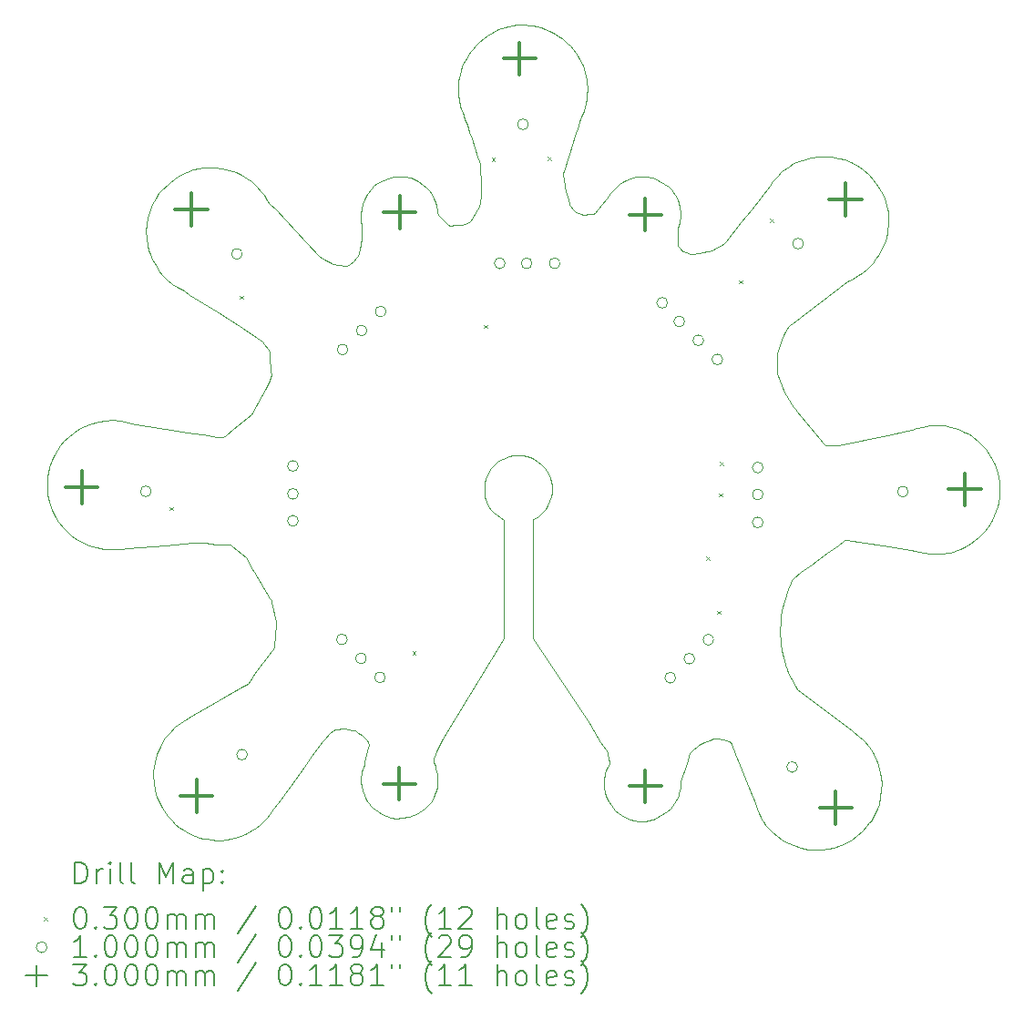
<source format=gbr>
%TF.GenerationSoftware,KiCad,Pcbnew,8.0.4*%
%TF.CreationDate,2024-10-01T08:31:06+02:00*%
%TF.ProjectId,Rp2040_Tastatur,52703230-3430-45f5-9461-737461747572,rev?*%
%TF.SameCoordinates,Original*%
%TF.FileFunction,Drillmap*%
%TF.FilePolarity,Positive*%
%FSLAX45Y45*%
G04 Gerber Fmt 4.5, Leading zero omitted, Abs format (unit mm)*
G04 Created by KiCad (PCBNEW 8.0.4) date 2024-10-01 08:31:06*
%MOMM*%
%LPD*%
G01*
G04 APERTURE LIST*
%ADD10C,0.050000*%
%ADD11C,0.200000*%
%ADD12C,0.100000*%
%ADD13C,0.300000*%
G04 APERTURE END LIST*
D10*
X14351000Y-11143000D02*
X14366000Y-11106000D01*
X8736000Y-7079000D02*
X8734000Y-7094000D01*
X8002000Y-8636000D02*
X8071000Y-8631000D01*
X7257000Y-7494000D02*
X7195000Y-7498000D01*
X11337000Y-8206000D02*
X11325000Y-8246000D01*
X15136000Y-8693000D02*
X15177000Y-8674000D01*
X8627000Y-11258000D02*
X8662000Y-11227000D01*
X10178000Y-5331000D02*
X10147000Y-5304000D01*
X14033000Y-11444000D02*
X14089000Y-11418000D01*
X13939000Y-5045000D02*
X13882000Y-5041000D01*
X11639000Y-4221000D02*
X11632000Y-4199000D01*
X14061000Y-5071000D02*
X14014000Y-5059000D01*
X9577000Y-5755000D02*
X9578000Y-5810000D01*
X14397000Y-11000000D02*
X14407000Y-10924000D01*
X9729000Y-11135000D02*
X9767000Y-11158000D01*
X13369000Y-11298000D02*
X13399000Y-11328000D01*
X11548000Y-5540000D02*
X11510000Y-5489000D01*
X9691000Y-5316000D02*
X9669000Y-5339000D01*
X11017000Y-3818000D02*
X10980000Y-3822000D01*
X13962000Y-11469000D02*
X14033000Y-11444000D01*
X6963000Y-7568000D02*
X6898000Y-7610000D01*
X8071000Y-8631000D02*
X8098000Y-8630000D01*
X13607000Y-7391000D02*
X13592000Y-7372000D01*
X13550000Y-11430000D02*
X13587000Y-11447000D01*
X6699000Y-7862000D02*
X6675000Y-7933000D01*
X13159000Y-10867000D02*
X13215000Y-11009000D01*
X8400000Y-11377000D02*
X8451000Y-11361000D01*
X14471000Y-5657000D02*
X14472000Y-5621000D01*
X11637000Y-5583000D02*
X11618000Y-5578000D01*
X11457000Y-5179000D02*
X11508000Y-5016000D01*
X11652000Y-4265000D02*
X11639000Y-4221000D01*
X8491000Y-11343000D02*
X8552000Y-11311000D01*
X12626000Y-10586000D02*
X12656000Y-10557000D01*
X10981000Y-7824000D02*
X11028000Y-7818000D01*
X14895000Y-7539000D02*
X14852000Y-7543000D01*
X10905000Y-3843000D02*
X10851000Y-3862000D01*
X8695000Y-5446000D02*
X8668000Y-5400000D01*
X9545000Y-10400000D02*
X9573000Y-10418000D01*
X11371000Y-3900000D02*
X11321000Y-3874000D01*
X7749000Y-7572000D02*
X7584000Y-7548000D01*
X12126000Y-5232000D02*
X12100000Y-5238000D01*
X8284000Y-8650000D02*
X8338000Y-8651000D01*
X14947000Y-8739000D02*
X15043000Y-8723000D01*
X8913000Y-10895000D02*
X9044000Y-10715000D01*
X9314000Y-10379000D02*
X9329000Y-10368000D01*
X11321000Y-3874000D02*
X11275000Y-3857000D01*
X10732000Y-8033000D02*
X10753000Y-7986000D01*
X14294000Y-11237000D02*
X14306000Y-11222000D01*
X7339000Y-8689000D02*
X7399000Y-8685000D01*
X9450000Y-10367000D02*
X9494000Y-10374000D01*
X14110000Y-6192000D02*
X14128000Y-6184000D01*
X10781000Y-8325000D02*
X10758000Y-8291000D01*
X8012000Y-10238000D02*
X7915000Y-10293000D01*
X9544000Y-5967000D02*
X9529000Y-5987000D01*
X7645000Y-10857000D02*
X7656000Y-10933000D01*
X10717000Y-8120000D02*
X10720000Y-8080000D01*
X8554000Y-7438000D02*
X8511000Y-7471000D01*
X11028000Y-7818000D02*
X11074000Y-7821000D01*
X11861000Y-10716000D02*
X11848000Y-10748000D01*
X11407000Y-3922000D02*
X11371000Y-3900000D01*
X11277000Y-7937000D02*
X11297000Y-7964000D01*
X9373000Y-6049000D02*
X9308000Y-6040000D01*
X11451000Y-5211000D02*
X11450000Y-5198000D01*
X9629000Y-5389000D02*
X9603000Y-5438000D01*
X8230000Y-6482000D02*
X8443000Y-6616000D01*
X13541000Y-9843000D02*
X13529000Y-9811000D01*
X10401000Y-5684000D02*
X10384000Y-5681000D01*
X11694000Y-10307000D02*
X11797000Y-10489000D01*
X9497000Y-6014000D02*
X9464000Y-6042000D01*
X14388000Y-5949000D02*
X14415000Y-5893000D01*
X7340000Y-7503000D02*
X7257000Y-7494000D01*
X9229000Y-10464000D02*
X9284000Y-10406000D01*
X11248000Y-7904000D02*
X11277000Y-7937000D01*
X10384000Y-5681000D02*
X10363000Y-5660000D01*
X9210000Y-10483000D02*
X9229000Y-10464000D01*
X11214000Y-7877000D02*
X11248000Y-7904000D01*
X10827000Y-8374000D02*
X10803000Y-8351000D01*
X10784000Y-3894000D02*
X10746000Y-3917000D01*
X13215000Y-11009000D02*
X13225000Y-11032000D01*
X12511000Y-5742000D02*
X12511000Y-5723000D01*
X10281000Y-10809000D02*
X10278000Y-10785000D01*
X7961000Y-7607000D02*
X7749000Y-7572000D01*
X13613000Y-9983000D02*
X13563000Y-9887000D01*
X13873000Y-7712000D02*
X13626000Y-7414000D01*
X9284000Y-10406000D02*
X9314000Y-10379000D01*
X10533000Y-5667000D02*
X10506000Y-5679000D01*
X12935000Y-10464000D02*
X12961000Y-10469000D01*
X9634000Y-10542000D02*
X9606000Y-10666000D01*
X7915000Y-11303000D02*
X7966000Y-11332000D01*
X11889000Y-5385000D02*
X11875000Y-5410000D01*
X10103000Y-5274000D02*
X10071000Y-5258000D01*
X9113000Y-10618000D02*
X9186000Y-10517000D01*
X7642000Y-10795000D02*
X7645000Y-10857000D01*
X11970000Y-5300000D02*
X11936000Y-5328000D01*
X12811000Y-10468000D02*
X12841000Y-10456000D01*
X14239000Y-10471000D02*
X14192000Y-10428000D01*
X12468000Y-11081000D02*
X12499000Y-11033000D01*
X10137000Y-11126000D02*
X10163000Y-11105000D01*
X10851000Y-7874000D02*
X10891000Y-7852000D01*
X7654000Y-10675000D02*
X7640000Y-10763000D01*
X8058000Y-5154000D02*
X8009000Y-5166000D01*
X11672000Y-4460000D02*
X11673000Y-4427000D01*
X10632000Y-4012000D02*
X10606000Y-4044000D01*
X14228000Y-6124000D02*
X14275000Y-6085000D01*
X10273000Y-5503000D02*
X10263000Y-5465000D01*
X15232000Y-8644000D02*
X15277000Y-8612000D01*
X12516000Y-5855000D02*
X12511000Y-5742000D01*
X8443000Y-6616000D02*
X8653000Y-6762000D01*
X13541000Y-9063000D02*
X13563000Y-9003000D01*
X13540000Y-6628000D02*
X13558000Y-6609000D01*
X13198000Y-5533000D02*
X13098000Y-5657000D01*
X10710000Y-3944000D02*
X10667000Y-3979000D01*
X13799000Y-11488000D02*
X13849000Y-11487000D01*
X15474000Y-8334000D02*
X15486000Y-8291000D01*
X11622000Y-4176000D02*
X11604000Y-4141000D01*
X13645000Y-5084000D02*
X13594000Y-5107000D01*
X7112000Y-8680000D02*
X7178000Y-8693000D01*
X8726000Y-6897000D02*
X8734000Y-7035000D01*
X11659000Y-4552000D02*
X11667000Y-4501000D01*
X14382000Y-11061000D02*
X14397000Y-11000000D01*
X12437000Y-5333000D02*
X12429000Y-5326000D01*
X13703000Y-5065000D02*
X13645000Y-5084000D01*
X10540000Y-4147000D02*
X10521000Y-4182000D01*
X13502000Y-9726000D02*
X13496000Y-9697000D01*
X6898000Y-7610000D02*
X6853000Y-7648000D01*
X12644000Y-5950000D02*
X12630000Y-5946000D01*
X14132000Y-10382000D02*
X13625000Y-10001000D01*
X12538000Y-10908000D02*
X12540000Y-10875000D01*
X11074000Y-7821000D02*
X11142000Y-7838000D01*
X10263000Y-5465000D02*
X10247000Y-5431000D01*
X8741000Y-9187000D02*
X8781000Y-9369000D01*
X15250000Y-7646000D02*
X15212000Y-7621000D01*
X10899000Y-9520000D02*
X10900000Y-8419000D01*
X9572000Y-5639000D02*
X9575000Y-5686000D01*
X10363000Y-5660000D02*
X10328000Y-5627000D01*
X10227000Y-5392000D02*
X10202000Y-5357000D01*
X7966000Y-11332000D02*
X8027000Y-11360000D01*
X9642000Y-11052000D02*
X9662000Y-11077000D01*
X8266000Y-7655000D02*
X8234000Y-7650000D01*
X9355000Y-10366000D02*
X9394000Y-10364000D01*
X15374000Y-7764000D02*
X15351000Y-7735000D01*
X9725000Y-5292000D02*
X9691000Y-5316000D01*
X8781000Y-9369000D02*
X8781000Y-9391000D01*
X14415000Y-5893000D02*
X14436000Y-5844000D01*
X9573000Y-10418000D02*
X9591000Y-10437000D01*
X13478000Y-7165000D02*
X13436000Y-7055000D01*
X7436000Y-7524000D02*
X7340000Y-7503000D01*
X11171000Y-8415000D02*
X11170000Y-9525000D01*
X13438000Y-6870000D02*
X13448000Y-6844000D01*
X7696000Y-11046000D02*
X7721000Y-11097000D01*
X10483000Y-4311000D02*
X10478000Y-4342000D01*
X6661000Y-7985000D02*
X6658000Y-8014000D01*
X13625000Y-10001000D02*
X13613000Y-9983000D01*
X10803000Y-8351000D02*
X10781000Y-8325000D01*
X12499000Y-11033000D02*
X12507000Y-11016000D01*
X7134000Y-7506000D02*
X7042000Y-7533000D01*
X13552000Y-5134000D02*
X13484000Y-5183000D01*
X14396000Y-10770000D02*
X14368000Y-10674000D01*
X9898000Y-5228000D02*
X9872000Y-5233000D01*
X14324000Y-10584000D02*
X14293000Y-10534000D01*
X13693000Y-11478000D02*
X13729000Y-11484000D01*
X11659000Y-4293000D02*
X11652000Y-4265000D01*
X7024000Y-8652000D02*
X7073000Y-8669000D01*
X12485000Y-5393000D02*
X12469000Y-5370000D01*
X15504000Y-8074000D02*
X15492000Y-8014000D01*
X12542000Y-5901000D02*
X12526000Y-5880000D01*
X8176000Y-11396000D02*
X8235000Y-11399000D01*
X8800000Y-11052000D02*
X8913000Y-10895000D01*
X10688000Y-5350000D02*
X10683000Y-5409000D01*
X11632000Y-4199000D02*
X11622000Y-4176000D01*
X13089000Y-10697000D02*
X13159000Y-10867000D01*
X8451000Y-11361000D02*
X8491000Y-11343000D01*
X13505000Y-6684000D02*
X13540000Y-6628000D01*
X11207000Y-8394000D02*
X11171000Y-8415000D01*
X11936000Y-5328000D02*
X11910000Y-5358000D01*
X11492000Y-3991000D02*
X11465000Y-3966000D01*
X7604000Y-5559000D02*
X7589000Y-5615000D01*
X14936000Y-7538000D02*
X14895000Y-7539000D01*
X12284000Y-11204000D02*
X12349000Y-11174000D01*
X9394000Y-10364000D02*
X9425000Y-10363000D01*
X10102000Y-11148000D02*
X10111000Y-11142000D01*
X8781000Y-9391000D02*
X8765000Y-9596000D01*
X8580000Y-9856000D02*
X8545000Y-9909000D01*
X9631000Y-11036000D02*
X9642000Y-11052000D01*
X9575000Y-10785000D02*
X9572000Y-10809000D01*
X9441000Y-6057000D02*
X9420000Y-6058000D01*
X9599000Y-10977000D02*
X9613000Y-11008000D01*
X11667000Y-4334000D02*
X11659000Y-4293000D01*
X10278000Y-10785000D02*
X10266000Y-10733000D01*
X14335000Y-11173000D02*
X14351000Y-11143000D01*
X8754000Y-9622000D02*
X8740000Y-9638000D01*
X8594000Y-11285000D02*
X8627000Y-11258000D01*
X13396000Y-5275000D02*
X13366000Y-5313000D01*
X13241000Y-11082000D02*
X13249000Y-11107000D01*
X10196000Y-11072000D02*
X10218000Y-11043000D01*
X9901000Y-11197000D02*
X9952000Y-11194000D01*
X9642000Y-10512000D02*
X9634000Y-10542000D01*
X13048000Y-10594000D02*
X13089000Y-10697000D01*
X14288000Y-6074000D02*
X14324000Y-6036000D01*
X13332000Y-11255000D02*
X13369000Y-11298000D01*
X11437000Y-3943000D02*
X11407000Y-3922000D01*
X10218000Y-11043000D02*
X10243000Y-11001000D01*
X8734000Y-7094000D02*
X8719000Y-7128000D01*
X9575000Y-5686000D02*
X9577000Y-5755000D01*
X8322000Y-11393000D02*
X8358000Y-11388000D01*
X12656000Y-10557000D02*
X12689000Y-10528000D01*
X10656000Y-5531000D02*
X10630000Y-5574000D01*
X12155000Y-11222000D02*
X12216000Y-11221000D01*
X13466000Y-9426000D02*
X13468000Y-9391000D01*
X9584000Y-10938000D02*
X9599000Y-10977000D01*
X7662000Y-5431000D02*
X7633000Y-5482000D01*
X10521000Y-4182000D02*
X10512000Y-4207000D01*
X12452000Y-5349000D02*
X12437000Y-5333000D01*
X10677000Y-5112000D02*
X10680000Y-5129000D01*
X7791000Y-5286000D02*
X7709000Y-5362000D01*
X12840000Y-5915000D02*
X12795000Y-5926000D01*
X8603000Y-5322000D02*
X8549000Y-5273000D01*
X13465000Y-9458000D02*
X13466000Y-9426000D01*
X10293000Y-5591000D02*
X10281000Y-5571000D01*
X11839000Y-10951000D02*
X11850000Y-10989000D01*
X9586000Y-10738000D02*
X9579000Y-10763000D01*
X13480000Y-9261000D02*
X13506000Y-9172000D01*
X9578000Y-5810000D02*
X9569000Y-5859000D01*
X11306000Y-8285000D02*
X11285000Y-8320000D01*
X8738000Y-9168000D02*
X8741000Y-9187000D01*
X11876000Y-10673000D02*
X11876000Y-10690000D01*
X9592000Y-10720000D02*
X9586000Y-10738000D01*
X9186000Y-10517000D02*
X9210000Y-10483000D01*
X9700000Y-11114000D02*
X9729000Y-11135000D01*
X7896000Y-5211000D02*
X7863000Y-5229000D01*
X12689000Y-10528000D02*
X12707000Y-10516000D01*
X10059000Y-11169000D02*
X10102000Y-11148000D01*
X9571000Y-5577000D02*
X9572000Y-5639000D01*
X9591000Y-10437000D02*
X9624000Y-10475000D01*
X7775000Y-11171000D02*
X7812000Y-11218000D01*
X15492000Y-8014000D02*
X15479000Y-7956000D01*
X8098000Y-8630000D02*
X8122000Y-8631000D01*
X13882000Y-5041000D02*
X13824000Y-5042000D01*
X7676000Y-10995000D02*
X7696000Y-11046000D01*
X12540000Y-5562000D02*
X12535000Y-5522000D01*
X8375000Y-8665000D02*
X8506000Y-8773000D01*
X7787000Y-10404000D02*
X7743000Y-10458000D01*
X11510000Y-5489000D02*
X11504000Y-5478000D01*
X10502000Y-4603000D02*
X10513000Y-4633000D01*
X11450000Y-5198000D02*
X11457000Y-5179000D01*
X12841000Y-10456000D02*
X12859000Y-10451000D01*
X8576000Y-8908000D02*
X8725000Y-9146000D01*
X9188000Y-5972000D02*
X9052000Y-5827000D01*
X8765000Y-9596000D02*
X8754000Y-9622000D01*
X12664000Y-5948000D02*
X12644000Y-5950000D01*
X14461000Y-7634000D02*
X14008000Y-7729000D01*
X9203000Y-5986000D02*
X9188000Y-5972000D01*
X7766000Y-6183000D02*
X7817000Y-6226000D01*
X11620000Y-4669000D02*
X11640000Y-4620000D01*
X14178000Y-11360000D02*
X14230000Y-11312000D01*
X10259000Y-10598000D02*
X10268000Y-10573000D01*
X11875000Y-5410000D02*
X11855000Y-5431000D01*
X6853000Y-7648000D02*
X6812000Y-7689000D01*
X13477000Y-11390000D02*
X13519000Y-11415000D01*
X8362000Y-8652000D02*
X8375000Y-8665000D01*
X8511000Y-7471000D02*
X8380000Y-7576000D01*
X9783000Y-5260000D02*
X9725000Y-5292000D01*
X7668000Y-6063000D02*
X7692000Y-6099000D01*
X14648000Y-7592000D02*
X14461000Y-7634000D01*
X6776000Y-7730000D02*
X6748000Y-7768000D01*
X15434000Y-8424000D02*
X15456000Y-8376000D01*
X10031000Y-5242000D02*
X9977000Y-5232000D01*
X10147000Y-5304000D02*
X10103000Y-5274000D01*
X10670000Y-5510000D02*
X10656000Y-5531000D01*
X7727000Y-6144000D02*
X7766000Y-6183000D01*
X15495000Y-8262000D02*
X15503000Y-8202000D01*
X11167000Y-3827000D02*
X11146000Y-3824000D01*
X8136000Y-11389000D02*
X8176000Y-11396000D01*
X7251000Y-8697000D02*
X7339000Y-8689000D01*
X8549000Y-5273000D02*
X8509000Y-5245000D01*
X10071000Y-5258000D02*
X10031000Y-5242000D01*
X12287000Y-5241000D02*
X12217000Y-5228000D01*
X10598000Y-4878000D02*
X10653000Y-5041000D01*
X7747000Y-8655000D02*
X8002000Y-8636000D01*
X13011000Y-10501000D02*
X13048000Y-10594000D01*
X14125000Y-5097000D02*
X14061000Y-5071000D01*
X10478000Y-4342000D02*
X10476000Y-4363000D01*
X13932000Y-8710000D02*
X14001000Y-8659000D01*
X8668000Y-5400000D02*
X8641000Y-5365000D01*
X13435000Y-7005000D02*
X13437000Y-6931000D01*
X11933000Y-11119000D02*
X11961000Y-11145000D01*
X9558000Y-5910000D02*
X9544000Y-5967000D01*
X12001000Y-5278000D02*
X11970000Y-5300000D01*
X8263000Y-11399000D02*
X8322000Y-11393000D01*
X6938000Y-8607000D02*
X6974000Y-8628000D01*
X11559000Y-4851000D02*
X11590000Y-4752000D01*
X7689000Y-5384000D02*
X7662000Y-5431000D01*
X13963000Y-7729000D02*
X13909000Y-7727000D01*
X11830000Y-10841000D02*
X11829000Y-10885000D01*
X7886000Y-11283000D02*
X7915000Y-11303000D01*
X10851000Y-3862000D02*
X10784000Y-3894000D01*
X13439000Y-11362000D02*
X13477000Y-11390000D01*
X9606000Y-10666000D02*
X9600000Y-10696000D01*
X14407000Y-10924000D02*
X14408000Y-10873000D01*
X10473000Y-4433000D02*
X10475000Y-4464000D01*
X12961000Y-5829000D02*
X12945000Y-5850000D01*
X12945000Y-5850000D02*
X12911000Y-5870000D01*
X12521000Y-10984000D02*
X12527000Y-10964000D01*
X10775000Y-7951000D02*
X10813000Y-7905000D01*
X10474000Y-4400000D02*
X10473000Y-4433000D01*
X8274000Y-5152000D02*
X8218000Y-5145000D01*
X15422000Y-7832000D02*
X15374000Y-7764000D01*
X15122000Y-7578000D02*
X15050000Y-7556000D01*
X14001000Y-8659000D02*
X14055000Y-8619000D01*
X11667000Y-4501000D02*
X11672000Y-4460000D01*
X10328000Y-5627000D02*
X10293000Y-5591000D01*
X10891000Y-7852000D02*
X10950000Y-7829000D01*
X6974000Y-8628000D02*
X7024000Y-8652000D01*
X15486000Y-8291000D02*
X15495000Y-8262000D01*
X14686000Y-8703000D02*
X14720000Y-8709000D01*
X10980000Y-3822000D02*
X10942000Y-3831000D01*
X10758000Y-8291000D02*
X10739000Y-8252000D01*
X14389000Y-5338000D02*
X14379000Y-5321000D01*
X14356000Y-5996000D02*
X14388000Y-5949000D01*
X8225000Y-8647000D02*
X8239000Y-8650000D01*
X11618000Y-5578000D02*
X11570000Y-5563000D01*
X13988000Y-7731000D02*
X13963000Y-7729000D01*
X10244500Y-10677000D02*
X10247500Y-10637000D01*
X11602000Y-4713000D02*
X11606000Y-4699000D01*
X11247000Y-8361000D02*
X11207000Y-8394000D01*
X11874000Y-10640000D02*
X11876000Y-10673000D01*
X11170000Y-9525000D02*
X11694000Y-10307000D01*
X14328000Y-5254000D02*
X14293000Y-5216000D01*
X15313000Y-7696000D02*
X15250000Y-7646000D01*
X11468000Y-5329000D02*
X11464000Y-5305000D01*
X11700000Y-5577000D02*
X11637000Y-5583000D01*
X11673000Y-4427000D02*
X11667000Y-4334000D01*
X11566000Y-4079000D02*
X11516000Y-4015000D01*
X10753000Y-7986000D02*
X10775000Y-7951000D01*
X9823000Y-5246000D02*
X9783000Y-5260000D01*
X13471000Y-9566000D02*
X13465000Y-9458000D01*
X14720000Y-8709000D02*
X14801000Y-8731000D01*
X11652000Y-4581000D02*
X11659000Y-4552000D01*
X15212000Y-7621000D02*
X15181000Y-7605000D01*
X8725000Y-5480000D02*
X8695000Y-5446000D01*
X7631000Y-5999000D02*
X7668000Y-6063000D01*
X13494000Y-6702000D02*
X13505000Y-6684000D01*
X9579000Y-10763000D02*
X9575000Y-10785000D01*
X7839000Y-5246000D02*
X7791000Y-5286000D01*
X13516000Y-9771000D02*
X13502000Y-9726000D01*
X8734000Y-7035000D02*
X8736000Y-7079000D01*
X9662000Y-11077000D02*
X9681000Y-11097000D01*
X10674000Y-5470000D02*
X10670000Y-5510000D01*
X13436000Y-7055000D02*
X13434000Y-7033000D01*
X14230000Y-11312000D02*
X14267000Y-11271000D01*
X15050000Y-7556000D02*
X14996000Y-7544000D01*
X13098000Y-5657000D02*
X12961000Y-5829000D01*
X6880000Y-8567000D02*
X6938000Y-8607000D01*
X11841000Y-10774000D02*
X11830000Y-10841000D01*
X8515000Y-9944000D02*
X8470000Y-9969000D01*
X10667000Y-3979000D02*
X10632000Y-4012000D01*
X12589000Y-5931000D02*
X12564000Y-5923000D01*
X8380000Y-7576000D02*
X8315000Y-7636000D01*
X12100000Y-5238000D02*
X12076000Y-5244000D01*
X6748000Y-7768000D02*
X6722000Y-7814000D01*
X10452000Y-5681000D02*
X10401000Y-5684000D01*
X12873000Y-5894000D02*
X12840000Y-5915000D01*
X11344000Y-8169000D02*
X11337000Y-8206000D01*
X12525000Y-5687000D02*
X12532000Y-5653000D01*
X7740000Y-11122000D02*
X7775000Y-11171000D01*
X9574000Y-5523000D02*
X9571000Y-5577000D01*
X9329000Y-10368000D02*
X9355000Y-10366000D01*
X10630000Y-5574000D02*
X10593000Y-5640000D01*
X12596000Y-10686000D02*
X12626000Y-10586000D01*
X7843000Y-10348000D02*
X7787000Y-10404000D01*
X9767000Y-11158000D02*
X9808000Y-11176000D01*
X14194000Y-6148000D02*
X14228000Y-6124000D01*
X13590000Y-8960000D02*
X13659000Y-8901000D01*
X12707000Y-10516000D02*
X12763000Y-10488000D01*
X14451000Y-5798000D02*
X14462000Y-5747000D01*
X11806000Y-5491000D02*
X11741000Y-5568000D01*
X14872000Y-8739000D02*
X14947000Y-8739000D01*
X10582000Y-4073000D02*
X10540000Y-4147000D01*
X6655000Y-8117000D02*
X6657000Y-8181000D01*
X7589000Y-5615000D02*
X7578000Y-5672000D01*
X8103000Y-5147000D02*
X8058000Y-5154000D01*
X8670000Y-6787000D02*
X8702000Y-6829000D01*
X7584000Y-7548000D02*
X7478000Y-7531000D01*
X14293000Y-10534000D02*
X14239000Y-10471000D01*
X13434000Y-5230000D02*
X13396000Y-5275000D01*
X13911000Y-11480000D02*
X13962000Y-11469000D01*
X11581000Y-4101000D02*
X11566000Y-4079000D01*
X8517000Y-8795000D02*
X8552000Y-8870000D01*
X13506000Y-9172000D02*
X13541000Y-9063000D01*
X8725000Y-9146000D02*
X8738000Y-9168000D01*
X13563000Y-9003000D02*
X13570000Y-8978000D01*
X10720000Y-8080000D02*
X10732000Y-8033000D01*
X6760000Y-8440000D02*
X6808000Y-8500000D01*
X12514000Y-5448000D02*
X12494000Y-5409000D01*
X7042000Y-7533000D02*
X6963000Y-7568000D01*
X14801000Y-8731000D02*
X14872000Y-8739000D01*
X13849000Y-11487000D02*
X13911000Y-11480000D01*
X9849000Y-11188000D02*
X9901000Y-11197000D01*
X11339000Y-8066000D02*
X11344000Y-8099000D01*
X8653000Y-6762000D02*
X8670000Y-6787000D01*
X12911000Y-5870000D02*
X12873000Y-5894000D01*
X8702000Y-6829000D02*
X8723000Y-6857000D01*
X14055000Y-8619000D02*
X14066000Y-8611000D01*
X9681000Y-11097000D02*
X9700000Y-11114000D01*
X13298000Y-11208000D02*
X13310000Y-11226000D01*
X9294000Y-6032000D02*
X9226000Y-5997000D01*
X12540000Y-5598000D02*
X12540000Y-5562000D01*
X11850000Y-10989000D02*
X11871000Y-11035000D01*
X11893000Y-11071000D02*
X11933000Y-11119000D01*
X13660000Y-11471000D02*
X13693000Y-11478000D01*
X10268000Y-10573000D02*
X10330000Y-10455000D01*
X8681000Y-7211000D02*
X8658000Y-7252000D01*
X13570000Y-8978000D02*
X13590000Y-8960000D01*
X11570000Y-5563000D02*
X11557000Y-5554000D01*
X7576000Y-5801000D02*
X7586000Y-5864000D01*
X10512000Y-4207000D02*
X10502000Y-4236000D01*
X13448000Y-6844000D02*
X13480000Y-6744000D01*
X13519000Y-11415000D02*
X13550000Y-11430000D01*
X11201000Y-3834000D02*
X11167000Y-3827000D01*
X11319000Y-8007000D02*
X11330000Y-8034000D01*
X10813000Y-7905000D02*
X10851000Y-7874000D01*
X7675000Y-10598000D02*
X7654000Y-10675000D01*
X11590000Y-4752000D02*
X11602000Y-4713000D01*
X8779000Y-5536000D02*
X8725000Y-5480000D01*
X7586000Y-5864000D02*
X7599000Y-5914000D01*
X14416000Y-5388000D02*
X14389000Y-5338000D01*
X15351000Y-7735000D02*
X15313000Y-7696000D01*
X11243000Y-3845000D02*
X11201000Y-3834000D01*
X7478000Y-7531000D02*
X7436000Y-7524000D01*
X15479000Y-7956000D02*
X15459000Y-7902000D01*
X11465000Y-3966000D02*
X11437000Y-3943000D01*
X15503000Y-8202000D02*
X15505000Y-8137000D01*
X10279000Y-5542000D02*
X10273000Y-5503000D01*
X14148000Y-10394000D02*
X14132000Y-10382000D01*
X10502000Y-4236000D02*
X10489000Y-4280000D01*
X7925000Y-6289000D02*
X7978000Y-6327000D01*
X11508000Y-5016000D02*
X11559000Y-4851000D01*
X7915000Y-10293000D02*
X7843000Y-10348000D01*
X12763000Y-10488000D02*
X12811000Y-10468000D01*
X14460000Y-5523000D02*
X14436000Y-5435000D01*
X10683000Y-5409000D02*
X10674000Y-5470000D01*
X10950000Y-7829000D02*
X10981000Y-7824000D01*
X15177000Y-8674000D02*
X15232000Y-8644000D01*
X13758000Y-8838000D02*
X13804000Y-8804000D01*
X6839000Y-8532000D02*
X6880000Y-8567000D01*
X8658000Y-7252000D02*
X8554000Y-7438000D01*
X14366000Y-11106000D02*
X14382000Y-11061000D01*
X9420000Y-6058000D02*
X9373000Y-6049000D01*
X13592000Y-7372000D02*
X13576000Y-7350000D01*
X9464000Y-6042000D02*
X9441000Y-6057000D01*
X14734000Y-7571000D02*
X14695000Y-7580000D01*
X10489000Y-4280000D02*
X10483000Y-4311000D01*
X8106000Y-7630000D02*
X8015000Y-7616000D01*
X13904000Y-8730000D02*
X13932000Y-8710000D01*
X14267000Y-11271000D02*
X14294000Y-11237000D01*
X7178000Y-8693000D02*
X7251000Y-8697000D01*
X6724000Y-8382000D02*
X6760000Y-8440000D01*
X8136000Y-5143000D02*
X8103000Y-5147000D01*
X14093000Y-6207000D02*
X14110000Y-6192000D01*
X6701000Y-8333000D02*
X6724000Y-8382000D01*
X10593000Y-5640000D02*
X10577000Y-5651000D01*
X12494000Y-5409000D02*
X12485000Y-5393000D01*
X11797000Y-10489000D02*
X11842000Y-10553000D01*
X12740000Y-5937000D02*
X12718000Y-5941000D01*
X10739000Y-8252000D02*
X10730000Y-8227000D01*
X13659000Y-8901000D02*
X13683000Y-8886000D01*
X11842000Y-10553000D02*
X11860000Y-10581000D01*
X11344000Y-8099000D02*
X11346000Y-8134000D01*
X14695000Y-7580000D02*
X14648000Y-7592000D01*
X13754000Y-5052000D02*
X13703000Y-5065000D01*
X8338000Y-8651000D02*
X8362000Y-8652000D01*
X11848000Y-10748000D02*
X11841000Y-10774000D01*
X11961000Y-11145000D02*
X12014000Y-11180000D01*
X12859000Y-10451000D02*
X12880000Y-10454000D01*
X6808000Y-8500000D02*
X6839000Y-8532000D01*
X9575000Y-10898000D02*
X9584000Y-10938000D01*
X6656000Y-8043000D02*
X6655000Y-8117000D01*
X12511000Y-5723000D02*
X12519000Y-5705000D01*
X12693000Y-5945000D02*
X12664000Y-5948000D01*
X11330000Y-8034000D02*
X11339000Y-8066000D01*
X12507000Y-11016000D02*
X12521000Y-10984000D01*
X11285000Y-8320000D02*
X11264000Y-8345000D01*
X8348000Y-5169000D02*
X8274000Y-5152000D01*
X14368000Y-10674000D02*
X14324000Y-10584000D01*
X12540000Y-10875000D02*
X12540000Y-10854000D01*
X11741000Y-5568000D02*
X11726000Y-5575000D01*
X15306000Y-8586000D02*
X15360000Y-8532000D01*
X12237000Y-11217000D02*
X12284000Y-11204000D01*
X11640000Y-4620000D02*
X11652000Y-4581000D01*
X7692000Y-6099000D02*
X7727000Y-6144000D01*
X13558000Y-6609000D02*
X13579000Y-6593000D01*
X15456000Y-8376000D02*
X15474000Y-8334000D01*
X8027000Y-11360000D02*
X8067000Y-11374000D01*
X10577000Y-5651000D02*
X10533000Y-5667000D01*
X10480000Y-4517000D02*
X10491000Y-4566000D01*
X10942000Y-3831000D02*
X10905000Y-3843000D01*
X14462000Y-5747000D02*
X14471000Y-5657000D01*
X12217000Y-5228000D02*
X12181000Y-5227000D01*
X13006000Y-10490000D02*
X13011000Y-10501000D01*
X7721000Y-11097000D02*
X7740000Y-11122000D01*
X10257000Y-10969000D02*
X10271000Y-10935000D01*
X12961000Y-10469000D02*
X12992000Y-10483000D01*
X12718000Y-5941000D02*
X12693000Y-5945000D01*
X10111000Y-11142000D02*
X10137000Y-11126000D01*
X13909000Y-7727000D02*
X13885000Y-7724000D01*
X13399000Y-11328000D02*
X13439000Y-11362000D01*
X13824000Y-5042000D02*
X13754000Y-5052000D01*
X11516000Y-4015000D02*
X11492000Y-3991000D01*
X12526000Y-5880000D02*
X12518000Y-5870000D01*
X6675000Y-7933000D02*
X6661000Y-7985000D01*
X13683000Y-8886000D02*
X13758000Y-8838000D01*
X10259000Y-10706000D02*
X10244500Y-10677000D01*
X8207000Y-10125000D02*
X8012000Y-10238000D01*
X11464000Y-5305000D02*
X11451000Y-5211000D01*
X7949000Y-5187000D02*
X7896000Y-5211000D01*
X10686000Y-5262000D02*
X10688000Y-5350000D01*
X8234000Y-7650000D02*
X8106000Y-7630000D01*
X13506000Y-7238000D02*
X13478000Y-7165000D01*
X12216000Y-11221000D02*
X12237000Y-11217000D01*
X14436000Y-5844000D02*
X14451000Y-5798000D01*
X12076000Y-5244000D02*
X12034000Y-5261000D01*
X8552000Y-8870000D02*
X8576000Y-8908000D01*
X11179000Y-7856000D02*
X11214000Y-7877000D01*
X10247500Y-10637000D02*
X10259000Y-10598000D01*
X15401000Y-8478000D02*
X15434000Y-8424000D01*
X8662000Y-11227000D02*
X8699000Y-11187000D01*
X10015000Y-11183000D02*
X10059000Y-11169000D01*
X14436000Y-5435000D02*
X14416000Y-5388000D01*
X10475000Y-4464000D02*
X10480000Y-4517000D01*
X13287000Y-11186000D02*
X13298000Y-11208000D01*
X11910000Y-5358000D02*
X11889000Y-5385000D01*
X8509000Y-5245000D02*
X8459000Y-5214000D01*
X10724000Y-8207000D02*
X10718000Y-8172000D01*
X10271000Y-10935000D02*
X10277000Y-10900000D01*
X8760000Y-11106000D02*
X8800000Y-11052000D01*
X11876000Y-10690000D02*
X11861000Y-10716000D01*
X11726000Y-5575000D02*
X11700000Y-5577000D01*
X12469000Y-5370000D02*
X12452000Y-5349000D01*
X14192000Y-10428000D02*
X14148000Y-10394000D01*
X6812000Y-7689000D02*
X6776000Y-7730000D01*
X12429000Y-5326000D02*
X12389000Y-5300000D01*
X10476000Y-4363000D02*
X10474000Y-4400000D01*
X11264000Y-8345000D02*
X11247000Y-8361000D01*
X13579000Y-6593000D02*
X14093000Y-6207000D01*
X9624000Y-10475000D02*
X9637000Y-10492000D01*
X7656000Y-10933000D02*
X7676000Y-10995000D01*
X14467000Y-5564000D02*
X14460000Y-5523000D01*
X14403000Y-10820000D02*
X14396000Y-10770000D01*
X12535000Y-5522000D02*
X12521000Y-5467000D01*
X13804000Y-8804000D02*
X13904000Y-8730000D01*
X13468000Y-9391000D02*
X13474000Y-9320000D01*
X8545000Y-9909000D02*
X8515000Y-9944000D01*
X7873000Y-6263000D02*
X7925000Y-6289000D01*
X10491000Y-4566000D02*
X10502000Y-4603000D01*
X14085000Y-8610000D02*
X14419000Y-8663000D01*
X8506000Y-8773000D02*
X8517000Y-8795000D01*
X8358000Y-11388000D02*
X8400000Y-11377000D01*
X8641000Y-5365000D02*
X8603000Y-5322000D01*
X7578000Y-5672000D02*
X7573000Y-5734000D01*
X7812000Y-11218000D02*
X7842000Y-11251000D01*
X9600000Y-10696000D02*
X9592000Y-10720000D01*
X12347000Y-5273000D02*
X12287000Y-5241000D01*
X8239000Y-8650000D02*
X8284000Y-8650000D01*
X10668000Y-5084000D02*
X10677000Y-5112000D01*
X7613000Y-5953000D02*
X7631000Y-5999000D01*
X13563000Y-9887000D02*
X13541000Y-9843000D01*
X13437000Y-6931000D02*
X13438000Y-6870000D01*
X9872000Y-5233000D02*
X9823000Y-5246000D01*
X14324000Y-6036000D02*
X14356000Y-5996000D01*
X8289000Y-10075000D02*
X8207000Y-10125000D01*
X14306000Y-11222000D02*
X14335000Y-11173000D01*
X10746000Y-3917000D02*
X10710000Y-3944000D01*
X7707000Y-10526000D02*
X7675000Y-10598000D01*
X9584000Y-5481000D02*
X9574000Y-5523000D01*
X9572000Y-10809000D02*
X9571000Y-10863000D01*
X9529000Y-5987000D02*
X9497000Y-6014000D01*
X12992000Y-10483000D02*
X13006000Y-10490000D01*
X8067000Y-11374000D02*
X8106000Y-11382000D01*
X9494000Y-10374000D02*
X9522000Y-10382000D01*
X9522000Y-10382000D02*
X9545000Y-10400000D01*
X15505000Y-8137000D02*
X15504000Y-8074000D01*
X8288000Y-7654000D02*
X8266000Y-7655000D01*
X12880000Y-10454000D02*
X12935000Y-10464000D01*
X11860000Y-10581000D02*
X11866000Y-10602000D01*
X14203000Y-5141000D02*
X14125000Y-5097000D01*
X8409000Y-5191000D02*
X8348000Y-5169000D01*
X10730000Y-8227000D02*
X10724000Y-8207000D01*
X7817000Y-6226000D02*
X7873000Y-6263000D01*
X13496000Y-9697000D02*
X13484000Y-9636000D01*
X11146000Y-3824000D02*
X11085000Y-3819000D01*
X9808000Y-11176000D02*
X9849000Y-11188000D01*
X11325000Y-8246000D02*
X11306000Y-8285000D01*
X12518000Y-5870000D02*
X12516000Y-5855000D01*
X12795000Y-5926000D02*
X12740000Y-5937000D01*
X14408000Y-10873000D02*
X14403000Y-10820000D01*
X13366000Y-5313000D02*
X13198000Y-5533000D01*
X14129000Y-11395000D02*
X14178000Y-11360000D01*
X11871000Y-11035000D02*
X11893000Y-11071000D01*
X7195000Y-7498000D02*
X7134000Y-7506000D01*
X12519000Y-5705000D02*
X12525000Y-5687000D01*
X10513000Y-4633000D02*
X10538000Y-4696000D01*
X9226000Y-5997000D02*
X9203000Y-5986000D01*
X15277000Y-8612000D02*
X15306000Y-8586000D01*
X13269000Y-11151000D02*
X13287000Y-11186000D01*
X13434000Y-7033000D02*
X13435000Y-7005000D01*
X8723000Y-6857000D02*
X8726000Y-6897000D01*
X11606000Y-4699000D02*
X11620000Y-4669000D01*
X14014000Y-5059000D02*
X13939000Y-5045000D01*
X8168000Y-8639000D02*
X8225000Y-8647000D01*
X6722000Y-7814000D02*
X6699000Y-7862000D01*
X13484000Y-5183000D02*
X13434000Y-5230000D01*
X8470000Y-9969000D02*
X8289000Y-10075000D01*
X7842000Y-11251000D02*
X7886000Y-11283000D01*
X7640000Y-10763000D02*
X7642000Y-10795000D01*
X13484000Y-9636000D02*
X13471000Y-9566000D01*
X12552000Y-5913000D02*
X12542000Y-5901000D01*
X7073000Y-8669000D02*
X7112000Y-8680000D01*
X10266000Y-10733000D02*
X10259000Y-10706000D01*
X14128000Y-6184000D02*
X14194000Y-6148000D01*
X7709000Y-5362000D02*
X7689000Y-5384000D01*
X12540000Y-10854000D02*
X12596000Y-10686000D01*
X14089000Y-11418000D02*
X14129000Y-11395000D01*
X11346000Y-8134000D02*
X11344000Y-8169000D01*
X11297000Y-7964000D02*
X11319000Y-8007000D01*
X12630000Y-5946000D02*
X12589000Y-5931000D01*
X7399000Y-8685000D02*
X7747000Y-8655000D01*
X12527000Y-10964000D02*
X12538000Y-10908000D01*
X13480000Y-6744000D02*
X13494000Y-6702000D01*
X14008000Y-7729000D02*
X13988000Y-7731000D01*
X8122000Y-8631000D02*
X8168000Y-8639000D01*
X8719000Y-7128000D02*
X8681000Y-7211000D01*
X14795000Y-7557000D02*
X14734000Y-7571000D01*
X10861000Y-8398000D02*
X10827000Y-8374000D01*
X10283000Y-10859000D02*
X10281000Y-10809000D01*
X10330000Y-10455000D02*
X10899000Y-9520000D01*
X7863000Y-5229000D02*
X7839000Y-5246000D01*
X9940000Y-5228000D02*
X9898000Y-5228000D01*
X13885000Y-7724000D02*
X13873000Y-7712000D01*
X9669000Y-5339000D02*
X9629000Y-5389000D01*
X13576000Y-7350000D02*
X13519000Y-7263000D01*
X8724000Y-11156000D02*
X8760000Y-11106000D01*
X14275000Y-6085000D02*
X14288000Y-6074000D01*
X11855000Y-5431000D02*
X11806000Y-5491000D01*
X13310000Y-11226000D02*
X13332000Y-11255000D01*
X10243000Y-11001000D02*
X10257000Y-10969000D01*
X9637000Y-10492000D02*
X9642000Y-10512000D01*
X8235000Y-11399000D02*
X8263000Y-11399000D01*
X11504000Y-5478000D02*
X11468000Y-5329000D01*
X8740000Y-9638000D02*
X8580000Y-9856000D01*
X8015000Y-7616000D02*
X7961000Y-7607000D01*
X13587000Y-11447000D02*
X13660000Y-11471000D01*
X9308000Y-6040000D02*
X9294000Y-6032000D01*
X11833000Y-10915000D02*
X11839000Y-10951000D01*
X10163000Y-11105000D02*
X10196000Y-11072000D01*
X11604000Y-4141000D02*
X11581000Y-4101000D01*
X10202000Y-5357000D02*
X10178000Y-5331000D01*
X13474000Y-9320000D02*
X13480000Y-9261000D01*
X14293000Y-5216000D02*
X14230000Y-5162000D01*
X10247000Y-5431000D02*
X10227000Y-5392000D01*
X12389000Y-5300000D02*
X12347000Y-5273000D01*
X13529000Y-9811000D02*
X13516000Y-9771000D01*
X8009000Y-5166000D02*
X7949000Y-5187000D01*
X12415000Y-11133000D02*
X12450000Y-11104000D01*
X9569000Y-5859000D02*
X9558000Y-5910000D01*
X10680000Y-5129000D02*
X10681000Y-5166000D01*
X8459000Y-5214000D02*
X8409000Y-5191000D01*
X12532000Y-5653000D02*
X12540000Y-5598000D01*
X12564000Y-5923000D02*
X12552000Y-5913000D01*
X10606000Y-4044000D02*
X10582000Y-4073000D01*
X15043000Y-8723000D02*
X15136000Y-8693000D01*
X10578000Y-4813000D02*
X10598000Y-4878000D01*
X14472000Y-5621000D02*
X14467000Y-5564000D01*
X6673000Y-8256000D02*
X6701000Y-8333000D01*
X14996000Y-7544000D02*
X14936000Y-7538000D01*
X7743000Y-10458000D02*
X7707000Y-10526000D01*
X12521000Y-5467000D02*
X12514000Y-5448000D01*
X11866000Y-10602000D02*
X11874000Y-10640000D01*
X8315000Y-7636000D02*
X8288000Y-7654000D01*
X13594000Y-5107000D02*
X13552000Y-5134000D01*
X11085000Y-3819000D02*
X11017000Y-3818000D01*
X13249000Y-11107000D02*
X13269000Y-11151000D01*
X10900000Y-8419000D02*
X10861000Y-8398000D01*
X9613000Y-11008000D02*
X9631000Y-11036000D01*
X11275000Y-3857000D02*
X11243000Y-3845000D01*
X14852000Y-7543000D02*
X14795000Y-7557000D01*
X8218000Y-5145000D02*
X8136000Y-5143000D01*
X10506000Y-5679000D02*
X10452000Y-5681000D01*
X9952000Y-11194000D02*
X10015000Y-11183000D01*
X8552000Y-11311000D02*
X8594000Y-11285000D01*
X13729000Y-11484000D02*
X13799000Y-11488000D01*
X11557000Y-5554000D02*
X11548000Y-5540000D01*
X10718000Y-8172000D02*
X10717000Y-8120000D01*
X13225000Y-11032000D02*
X13241000Y-11082000D01*
X6657000Y-8181000D02*
X6673000Y-8256000D01*
X9052000Y-5827000D02*
X8779000Y-5536000D01*
X13519000Y-7263000D02*
X13506000Y-7238000D01*
X9603000Y-5438000D02*
X9584000Y-5481000D01*
X14066000Y-8611000D02*
X14074000Y-8608000D01*
X12076000Y-11206000D02*
X12107000Y-11214000D01*
X10281000Y-5571000D02*
X10279000Y-5542000D01*
X10277000Y-10900000D02*
X10283000Y-10859000D01*
X7573000Y-5734000D02*
X7576000Y-5801000D01*
X8699000Y-11187000D02*
X8724000Y-11156000D01*
X12107000Y-11214000D02*
X12155000Y-11222000D01*
X15459000Y-7902000D02*
X15422000Y-7832000D01*
X7599000Y-5914000D02*
X7613000Y-5953000D01*
X14074000Y-8608000D02*
X14085000Y-8610000D01*
X9425000Y-10363000D02*
X9450000Y-10367000D01*
X10681000Y-5166000D02*
X10686000Y-5262000D01*
X10555000Y-4745000D02*
X10578000Y-4813000D01*
X10538000Y-4696000D02*
X10555000Y-4745000D01*
X12450000Y-11104000D02*
X12468000Y-11081000D01*
X12014000Y-11180000D02*
X12076000Y-11206000D01*
X7978000Y-6327000D02*
X8230000Y-6482000D01*
X9977000Y-5232000D02*
X9940000Y-5228000D01*
X14379000Y-5321000D02*
X14328000Y-5254000D01*
X11829000Y-10885000D02*
X11833000Y-10915000D01*
X12349000Y-11174000D02*
X12415000Y-11133000D01*
X11142000Y-7838000D02*
X11179000Y-7856000D01*
X12181000Y-5227000D02*
X12126000Y-5232000D01*
X14419000Y-8663000D02*
X14686000Y-8703000D01*
X8106000Y-11382000D02*
X8136000Y-11389000D01*
X9044000Y-10715000D02*
X9113000Y-10618000D01*
X10653000Y-5041000D02*
X10668000Y-5084000D01*
X6658000Y-8014000D02*
X6656000Y-8043000D01*
X9571000Y-10863000D02*
X9575000Y-10898000D01*
X13626000Y-7414000D02*
X13607000Y-7391000D01*
X15181000Y-7605000D02*
X15122000Y-7578000D01*
X14230000Y-5162000D02*
X14203000Y-5141000D01*
X15360000Y-8532000D02*
X15401000Y-8478000D01*
X12034000Y-5261000D02*
X12001000Y-5278000D01*
X7633000Y-5482000D02*
X7604000Y-5559000D01*
D11*
D12*
X7792000Y-8301000D02*
X7822000Y-8331000D01*
X7822000Y-8301000D02*
X7792000Y-8331000D01*
X8443000Y-6338000D02*
X8473000Y-6368000D01*
X8473000Y-6338000D02*
X8443000Y-6368000D01*
X10047000Y-9642000D02*
X10077000Y-9672000D01*
X10077000Y-9642000D02*
X10047000Y-9672000D01*
X10712000Y-6607000D02*
X10742000Y-6637000D01*
X10742000Y-6607000D02*
X10712000Y-6637000D01*
X10784000Y-5055000D02*
X10814000Y-5085000D01*
X10814000Y-5055000D02*
X10784000Y-5085000D01*
X11307000Y-5046000D02*
X11337000Y-5076000D01*
X11337000Y-5046000D02*
X11307000Y-5076000D01*
X12780000Y-8762000D02*
X12810000Y-8792000D01*
X12810000Y-8762000D02*
X12780000Y-8792000D01*
X12881000Y-9268000D02*
X12911000Y-9298000D01*
X12911000Y-9268000D02*
X12881000Y-9298000D01*
X12898000Y-8174000D02*
X12928000Y-8204000D01*
X12928000Y-8174000D02*
X12898000Y-8204000D01*
X12907000Y-7882000D02*
X12937000Y-7912000D01*
X12937000Y-7882000D02*
X12907000Y-7912000D01*
X13086500Y-6194500D02*
X13116500Y-6224500D01*
X13116500Y-6194500D02*
X13086500Y-6224500D01*
X13374000Y-5621000D02*
X13404000Y-5651000D01*
X13404000Y-5621000D02*
X13374000Y-5651000D01*
X7621125Y-8155750D02*
G75*
G02*
X7521125Y-8155750I-50000J0D01*
G01*
X7521125Y-8155750D02*
G75*
G02*
X7621125Y-8155750I50000J0D01*
G01*
X8467626Y-5947965D02*
G75*
G02*
X8367626Y-5947965I-50000J0D01*
G01*
X8367626Y-5947965D02*
G75*
G02*
X8467626Y-5947965I50000J0D01*
G01*
X8515126Y-10603535D02*
G75*
G02*
X8415126Y-10603535I-50000J0D01*
G01*
X8415126Y-10603535D02*
G75*
G02*
X8515126Y-10603535I50000J0D01*
G01*
X8988000Y-7919000D02*
G75*
G02*
X8888000Y-7919000I-50000J0D01*
G01*
X8888000Y-7919000D02*
G75*
G02*
X8988000Y-7919000I50000J0D01*
G01*
X8988000Y-8429000D02*
G75*
G02*
X8888000Y-8429000I-50000J0D01*
G01*
X8888000Y-8429000D02*
G75*
G02*
X8988000Y-8429000I50000J0D01*
G01*
X8988000Y-8179000D02*
G75*
G02*
X8888000Y-8179000I-50000J0D01*
G01*
X8888000Y-8179000D02*
G75*
G02*
X8988000Y-8179000I50000J0D01*
G01*
X9443325Y-9532466D02*
G75*
G02*
X9343325Y-9532466I-50000J0D01*
G01*
X9343325Y-9532466D02*
G75*
G02*
X9443325Y-9532466I50000J0D01*
G01*
X9449485Y-6837393D02*
G75*
G02*
X9349485Y-6837393I-50000J0D01*
G01*
X9349485Y-6837393D02*
G75*
G02*
X9449485Y-6837393I50000J0D01*
G01*
X9620102Y-9709243D02*
G75*
G02*
X9520102Y-9709243I-50000J0D01*
G01*
X9520102Y-9709243D02*
G75*
G02*
X9620102Y-9709243I50000J0D01*
G01*
X9626262Y-6660616D02*
G75*
G02*
X9526262Y-6660616I-50000J0D01*
G01*
X9526262Y-6660616D02*
G75*
G02*
X9626262Y-6660616I50000J0D01*
G01*
X9796878Y-9886020D02*
G75*
G02*
X9696878Y-9886020I-50000J0D01*
G01*
X9696878Y-9886020D02*
G75*
G02*
X9796878Y-9886020I50000J0D01*
G01*
X9803039Y-6483839D02*
G75*
G02*
X9703039Y-6483839I-50000J0D01*
G01*
X9703039Y-6483839D02*
G75*
G02*
X9803039Y-6483839I50000J0D01*
G01*
X10910148Y-6035597D02*
G75*
G02*
X10810148Y-6035597I-50000J0D01*
G01*
X10810148Y-6035597D02*
G75*
G02*
X10910148Y-6035597I50000J0D01*
G01*
X11125500Y-4743875D02*
G75*
G02*
X11025500Y-4743875I-50000J0D01*
G01*
X11025500Y-4743875D02*
G75*
G02*
X11125500Y-4743875I50000J0D01*
G01*
X11160148Y-6035597D02*
G75*
G02*
X11060148Y-6035597I-50000J0D01*
G01*
X11060148Y-6035597D02*
G75*
G02*
X11160148Y-6035597I50000J0D01*
G01*
X11420148Y-6035597D02*
G75*
G02*
X11320148Y-6035597I-50000J0D01*
G01*
X11320148Y-6035597D02*
G75*
G02*
X11420148Y-6035597I50000J0D01*
G01*
X12419214Y-6402593D02*
G75*
G02*
X12319214Y-6402593I-50000J0D01*
G01*
X12319214Y-6402593D02*
G75*
G02*
X12419214Y-6402593I50000J0D01*
G01*
X12495224Y-9888771D02*
G75*
G02*
X12395224Y-9888771I-50000J0D01*
G01*
X12395224Y-9888771D02*
G75*
G02*
X12495224Y-9888771I50000J0D01*
G01*
X12578625Y-6575653D02*
G75*
G02*
X12478625Y-6575653I-50000J0D01*
G01*
X12478625Y-6575653D02*
G75*
G02*
X12578625Y-6575653I50000J0D01*
G01*
X12672001Y-9711995D02*
G75*
G02*
X12572001Y-9711995I-50000J0D01*
G01*
X12572001Y-9711995D02*
G75*
G02*
X12672001Y-9711995I50000J0D01*
G01*
X12755402Y-6752430D02*
G75*
G02*
X12655402Y-6752430I-50000J0D01*
G01*
X12655402Y-6752430D02*
G75*
G02*
X12755402Y-6752430I50000J0D01*
G01*
X12848777Y-9535218D02*
G75*
G02*
X12748777Y-9535218I-50000J0D01*
G01*
X12748777Y-9535218D02*
G75*
G02*
X12848777Y-9535218I50000J0D01*
G01*
X12932178Y-6929207D02*
G75*
G02*
X12832178Y-6929207I-50000J0D01*
G01*
X12832178Y-6929207D02*
G75*
G02*
X12932178Y-6929207I50000J0D01*
G01*
X13307890Y-8184420D02*
G75*
G02*
X13207890Y-8184420I-50000J0D01*
G01*
X13207890Y-8184420D02*
G75*
G02*
X13307890Y-8184420I50000J0D01*
G01*
X13307890Y-7934420D02*
G75*
G02*
X13207890Y-7934420I-50000J0D01*
G01*
X13207890Y-7934420D02*
G75*
G02*
X13307890Y-7934420I50000J0D01*
G01*
X13307890Y-8444420D02*
G75*
G02*
X13207890Y-8444420I-50000J0D01*
G01*
X13207890Y-8444420D02*
G75*
G02*
X13307890Y-8444420I50000J0D01*
G01*
X13627626Y-10717965D02*
G75*
G02*
X13527626Y-10717965I-50000J0D01*
G01*
X13527626Y-10717965D02*
G75*
G02*
X13627626Y-10717965I50000J0D01*
G01*
X13683000Y-5852000D02*
G75*
G02*
X13583000Y-5852000I-50000J0D01*
G01*
X13583000Y-5852000D02*
G75*
G02*
X13683000Y-5852000I50000J0D01*
G01*
X14656125Y-8158250D02*
G75*
G02*
X14556125Y-8158250I-50000J0D01*
G01*
X14556125Y-8158250D02*
G75*
G02*
X14656125Y-8158250I50000J0D01*
G01*
D13*
X6974500Y-7966000D02*
X6974500Y-8266000D01*
X6824500Y-8116000D02*
X7124500Y-8116000D01*
X7994500Y-5386000D02*
X7994500Y-5686000D01*
X7844500Y-5536000D02*
X8144500Y-5536000D01*
X8042000Y-10836000D02*
X8042000Y-11136000D01*
X7892000Y-10986000D02*
X8192000Y-10986000D01*
X9928000Y-10724500D02*
X9928000Y-11024500D01*
X9778000Y-10874500D02*
X10078000Y-10874500D01*
X9930500Y-5409500D02*
X9930500Y-5709500D01*
X9780500Y-5559500D02*
X10080500Y-5559500D01*
X11044500Y-3983500D02*
X11044500Y-4283500D01*
X10894500Y-4133500D02*
X11194500Y-4133500D01*
X12213000Y-5432000D02*
X12213000Y-5732000D01*
X12063000Y-5582000D02*
X12363000Y-5582000D01*
X12213000Y-10747000D02*
X12213000Y-11047000D01*
X12063000Y-10897000D02*
X12363000Y-10897000D01*
X13982000Y-10946000D02*
X13982000Y-11246000D01*
X13832000Y-11096000D02*
X14132000Y-11096000D01*
X14072000Y-5291000D02*
X14072000Y-5591000D01*
X13922000Y-5441000D02*
X14222000Y-5441000D01*
X15182000Y-7986000D02*
X15182000Y-8286000D01*
X15032000Y-8136000D02*
X15332000Y-8136000D01*
D11*
X6913277Y-11801984D02*
X6913277Y-11601984D01*
X6913277Y-11601984D02*
X6960896Y-11601984D01*
X6960896Y-11601984D02*
X6989467Y-11611508D01*
X6989467Y-11611508D02*
X7008515Y-11630555D01*
X7008515Y-11630555D02*
X7018039Y-11649603D01*
X7018039Y-11649603D02*
X7027562Y-11687698D01*
X7027562Y-11687698D02*
X7027562Y-11716269D01*
X7027562Y-11716269D02*
X7018039Y-11754365D01*
X7018039Y-11754365D02*
X7008515Y-11773412D01*
X7008515Y-11773412D02*
X6989467Y-11792460D01*
X6989467Y-11792460D02*
X6960896Y-11801984D01*
X6960896Y-11801984D02*
X6913277Y-11801984D01*
X7113277Y-11801984D02*
X7113277Y-11668650D01*
X7113277Y-11706746D02*
X7122801Y-11687698D01*
X7122801Y-11687698D02*
X7132324Y-11678174D01*
X7132324Y-11678174D02*
X7151372Y-11668650D01*
X7151372Y-11668650D02*
X7170420Y-11668650D01*
X7237086Y-11801984D02*
X7237086Y-11668650D01*
X7237086Y-11601984D02*
X7227562Y-11611508D01*
X7227562Y-11611508D02*
X7237086Y-11621031D01*
X7237086Y-11621031D02*
X7246610Y-11611508D01*
X7246610Y-11611508D02*
X7237086Y-11601984D01*
X7237086Y-11601984D02*
X7237086Y-11621031D01*
X7360896Y-11801984D02*
X7341848Y-11792460D01*
X7341848Y-11792460D02*
X7332324Y-11773412D01*
X7332324Y-11773412D02*
X7332324Y-11601984D01*
X7465658Y-11801984D02*
X7446610Y-11792460D01*
X7446610Y-11792460D02*
X7437086Y-11773412D01*
X7437086Y-11773412D02*
X7437086Y-11601984D01*
X7694229Y-11801984D02*
X7694229Y-11601984D01*
X7694229Y-11601984D02*
X7760896Y-11744841D01*
X7760896Y-11744841D02*
X7827562Y-11601984D01*
X7827562Y-11601984D02*
X7827562Y-11801984D01*
X8008515Y-11801984D02*
X8008515Y-11697222D01*
X8008515Y-11697222D02*
X7998991Y-11678174D01*
X7998991Y-11678174D02*
X7979943Y-11668650D01*
X7979943Y-11668650D02*
X7941848Y-11668650D01*
X7941848Y-11668650D02*
X7922801Y-11678174D01*
X8008515Y-11792460D02*
X7989467Y-11801984D01*
X7989467Y-11801984D02*
X7941848Y-11801984D01*
X7941848Y-11801984D02*
X7922801Y-11792460D01*
X7922801Y-11792460D02*
X7913277Y-11773412D01*
X7913277Y-11773412D02*
X7913277Y-11754365D01*
X7913277Y-11754365D02*
X7922801Y-11735317D01*
X7922801Y-11735317D02*
X7941848Y-11725793D01*
X7941848Y-11725793D02*
X7989467Y-11725793D01*
X7989467Y-11725793D02*
X8008515Y-11716269D01*
X8103753Y-11668650D02*
X8103753Y-11868650D01*
X8103753Y-11678174D02*
X8122801Y-11668650D01*
X8122801Y-11668650D02*
X8160896Y-11668650D01*
X8160896Y-11668650D02*
X8179943Y-11678174D01*
X8179943Y-11678174D02*
X8189467Y-11687698D01*
X8189467Y-11687698D02*
X8198991Y-11706746D01*
X8198991Y-11706746D02*
X8198991Y-11763888D01*
X8198991Y-11763888D02*
X8189467Y-11782936D01*
X8189467Y-11782936D02*
X8179943Y-11792460D01*
X8179943Y-11792460D02*
X8160896Y-11801984D01*
X8160896Y-11801984D02*
X8122801Y-11801984D01*
X8122801Y-11801984D02*
X8103753Y-11792460D01*
X8284705Y-11782936D02*
X8294229Y-11792460D01*
X8294229Y-11792460D02*
X8284705Y-11801984D01*
X8284705Y-11801984D02*
X8275182Y-11792460D01*
X8275182Y-11792460D02*
X8284705Y-11782936D01*
X8284705Y-11782936D02*
X8284705Y-11801984D01*
X8284705Y-11678174D02*
X8294229Y-11687698D01*
X8294229Y-11687698D02*
X8284705Y-11697222D01*
X8284705Y-11697222D02*
X8275182Y-11687698D01*
X8275182Y-11687698D02*
X8284705Y-11678174D01*
X8284705Y-11678174D02*
X8284705Y-11697222D01*
D12*
X6622500Y-12115500D02*
X6652500Y-12145500D01*
X6652500Y-12115500D02*
X6622500Y-12145500D01*
D11*
X6951372Y-12021984D02*
X6970420Y-12021984D01*
X6970420Y-12021984D02*
X6989467Y-12031508D01*
X6989467Y-12031508D02*
X6998991Y-12041031D01*
X6998991Y-12041031D02*
X7008515Y-12060079D01*
X7008515Y-12060079D02*
X7018039Y-12098174D01*
X7018039Y-12098174D02*
X7018039Y-12145793D01*
X7018039Y-12145793D02*
X7008515Y-12183888D01*
X7008515Y-12183888D02*
X6998991Y-12202936D01*
X6998991Y-12202936D02*
X6989467Y-12212460D01*
X6989467Y-12212460D02*
X6970420Y-12221984D01*
X6970420Y-12221984D02*
X6951372Y-12221984D01*
X6951372Y-12221984D02*
X6932324Y-12212460D01*
X6932324Y-12212460D02*
X6922801Y-12202936D01*
X6922801Y-12202936D02*
X6913277Y-12183888D01*
X6913277Y-12183888D02*
X6903753Y-12145793D01*
X6903753Y-12145793D02*
X6903753Y-12098174D01*
X6903753Y-12098174D02*
X6913277Y-12060079D01*
X6913277Y-12060079D02*
X6922801Y-12041031D01*
X6922801Y-12041031D02*
X6932324Y-12031508D01*
X6932324Y-12031508D02*
X6951372Y-12021984D01*
X7103753Y-12202936D02*
X7113277Y-12212460D01*
X7113277Y-12212460D02*
X7103753Y-12221984D01*
X7103753Y-12221984D02*
X7094229Y-12212460D01*
X7094229Y-12212460D02*
X7103753Y-12202936D01*
X7103753Y-12202936D02*
X7103753Y-12221984D01*
X7179943Y-12021984D02*
X7303753Y-12021984D01*
X7303753Y-12021984D02*
X7237086Y-12098174D01*
X7237086Y-12098174D02*
X7265658Y-12098174D01*
X7265658Y-12098174D02*
X7284705Y-12107698D01*
X7284705Y-12107698D02*
X7294229Y-12117222D01*
X7294229Y-12117222D02*
X7303753Y-12136269D01*
X7303753Y-12136269D02*
X7303753Y-12183888D01*
X7303753Y-12183888D02*
X7294229Y-12202936D01*
X7294229Y-12202936D02*
X7284705Y-12212460D01*
X7284705Y-12212460D02*
X7265658Y-12221984D01*
X7265658Y-12221984D02*
X7208515Y-12221984D01*
X7208515Y-12221984D02*
X7189467Y-12212460D01*
X7189467Y-12212460D02*
X7179943Y-12202936D01*
X7427562Y-12021984D02*
X7446610Y-12021984D01*
X7446610Y-12021984D02*
X7465658Y-12031508D01*
X7465658Y-12031508D02*
X7475182Y-12041031D01*
X7475182Y-12041031D02*
X7484705Y-12060079D01*
X7484705Y-12060079D02*
X7494229Y-12098174D01*
X7494229Y-12098174D02*
X7494229Y-12145793D01*
X7494229Y-12145793D02*
X7484705Y-12183888D01*
X7484705Y-12183888D02*
X7475182Y-12202936D01*
X7475182Y-12202936D02*
X7465658Y-12212460D01*
X7465658Y-12212460D02*
X7446610Y-12221984D01*
X7446610Y-12221984D02*
X7427562Y-12221984D01*
X7427562Y-12221984D02*
X7408515Y-12212460D01*
X7408515Y-12212460D02*
X7398991Y-12202936D01*
X7398991Y-12202936D02*
X7389467Y-12183888D01*
X7389467Y-12183888D02*
X7379943Y-12145793D01*
X7379943Y-12145793D02*
X7379943Y-12098174D01*
X7379943Y-12098174D02*
X7389467Y-12060079D01*
X7389467Y-12060079D02*
X7398991Y-12041031D01*
X7398991Y-12041031D02*
X7408515Y-12031508D01*
X7408515Y-12031508D02*
X7427562Y-12021984D01*
X7618039Y-12021984D02*
X7637086Y-12021984D01*
X7637086Y-12021984D02*
X7656134Y-12031508D01*
X7656134Y-12031508D02*
X7665658Y-12041031D01*
X7665658Y-12041031D02*
X7675182Y-12060079D01*
X7675182Y-12060079D02*
X7684705Y-12098174D01*
X7684705Y-12098174D02*
X7684705Y-12145793D01*
X7684705Y-12145793D02*
X7675182Y-12183888D01*
X7675182Y-12183888D02*
X7665658Y-12202936D01*
X7665658Y-12202936D02*
X7656134Y-12212460D01*
X7656134Y-12212460D02*
X7637086Y-12221984D01*
X7637086Y-12221984D02*
X7618039Y-12221984D01*
X7618039Y-12221984D02*
X7598991Y-12212460D01*
X7598991Y-12212460D02*
X7589467Y-12202936D01*
X7589467Y-12202936D02*
X7579943Y-12183888D01*
X7579943Y-12183888D02*
X7570420Y-12145793D01*
X7570420Y-12145793D02*
X7570420Y-12098174D01*
X7570420Y-12098174D02*
X7579943Y-12060079D01*
X7579943Y-12060079D02*
X7589467Y-12041031D01*
X7589467Y-12041031D02*
X7598991Y-12031508D01*
X7598991Y-12031508D02*
X7618039Y-12021984D01*
X7770420Y-12221984D02*
X7770420Y-12088650D01*
X7770420Y-12107698D02*
X7779943Y-12098174D01*
X7779943Y-12098174D02*
X7798991Y-12088650D01*
X7798991Y-12088650D02*
X7827563Y-12088650D01*
X7827563Y-12088650D02*
X7846610Y-12098174D01*
X7846610Y-12098174D02*
X7856134Y-12117222D01*
X7856134Y-12117222D02*
X7856134Y-12221984D01*
X7856134Y-12117222D02*
X7865658Y-12098174D01*
X7865658Y-12098174D02*
X7884705Y-12088650D01*
X7884705Y-12088650D02*
X7913277Y-12088650D01*
X7913277Y-12088650D02*
X7932324Y-12098174D01*
X7932324Y-12098174D02*
X7941848Y-12117222D01*
X7941848Y-12117222D02*
X7941848Y-12221984D01*
X8037086Y-12221984D02*
X8037086Y-12088650D01*
X8037086Y-12107698D02*
X8046610Y-12098174D01*
X8046610Y-12098174D02*
X8065658Y-12088650D01*
X8065658Y-12088650D02*
X8094229Y-12088650D01*
X8094229Y-12088650D02*
X8113277Y-12098174D01*
X8113277Y-12098174D02*
X8122801Y-12117222D01*
X8122801Y-12117222D02*
X8122801Y-12221984D01*
X8122801Y-12117222D02*
X8132324Y-12098174D01*
X8132324Y-12098174D02*
X8151372Y-12088650D01*
X8151372Y-12088650D02*
X8179943Y-12088650D01*
X8179943Y-12088650D02*
X8198991Y-12098174D01*
X8198991Y-12098174D02*
X8208515Y-12117222D01*
X8208515Y-12117222D02*
X8208515Y-12221984D01*
X8598991Y-12012460D02*
X8427563Y-12269603D01*
X8856134Y-12021984D02*
X8875182Y-12021984D01*
X8875182Y-12021984D02*
X8894229Y-12031508D01*
X8894229Y-12031508D02*
X8903753Y-12041031D01*
X8903753Y-12041031D02*
X8913277Y-12060079D01*
X8913277Y-12060079D02*
X8922801Y-12098174D01*
X8922801Y-12098174D02*
X8922801Y-12145793D01*
X8922801Y-12145793D02*
X8913277Y-12183888D01*
X8913277Y-12183888D02*
X8903753Y-12202936D01*
X8903753Y-12202936D02*
X8894229Y-12212460D01*
X8894229Y-12212460D02*
X8875182Y-12221984D01*
X8875182Y-12221984D02*
X8856134Y-12221984D01*
X8856134Y-12221984D02*
X8837087Y-12212460D01*
X8837087Y-12212460D02*
X8827563Y-12202936D01*
X8827563Y-12202936D02*
X8818039Y-12183888D01*
X8818039Y-12183888D02*
X8808515Y-12145793D01*
X8808515Y-12145793D02*
X8808515Y-12098174D01*
X8808515Y-12098174D02*
X8818039Y-12060079D01*
X8818039Y-12060079D02*
X8827563Y-12041031D01*
X8827563Y-12041031D02*
X8837087Y-12031508D01*
X8837087Y-12031508D02*
X8856134Y-12021984D01*
X9008515Y-12202936D02*
X9018039Y-12212460D01*
X9018039Y-12212460D02*
X9008515Y-12221984D01*
X9008515Y-12221984D02*
X8998991Y-12212460D01*
X8998991Y-12212460D02*
X9008515Y-12202936D01*
X9008515Y-12202936D02*
X9008515Y-12221984D01*
X9141848Y-12021984D02*
X9160896Y-12021984D01*
X9160896Y-12021984D02*
X9179944Y-12031508D01*
X9179944Y-12031508D02*
X9189468Y-12041031D01*
X9189468Y-12041031D02*
X9198991Y-12060079D01*
X9198991Y-12060079D02*
X9208515Y-12098174D01*
X9208515Y-12098174D02*
X9208515Y-12145793D01*
X9208515Y-12145793D02*
X9198991Y-12183888D01*
X9198991Y-12183888D02*
X9189468Y-12202936D01*
X9189468Y-12202936D02*
X9179944Y-12212460D01*
X9179944Y-12212460D02*
X9160896Y-12221984D01*
X9160896Y-12221984D02*
X9141848Y-12221984D01*
X9141848Y-12221984D02*
X9122801Y-12212460D01*
X9122801Y-12212460D02*
X9113277Y-12202936D01*
X9113277Y-12202936D02*
X9103753Y-12183888D01*
X9103753Y-12183888D02*
X9094229Y-12145793D01*
X9094229Y-12145793D02*
X9094229Y-12098174D01*
X9094229Y-12098174D02*
X9103753Y-12060079D01*
X9103753Y-12060079D02*
X9113277Y-12041031D01*
X9113277Y-12041031D02*
X9122801Y-12031508D01*
X9122801Y-12031508D02*
X9141848Y-12021984D01*
X9398991Y-12221984D02*
X9284706Y-12221984D01*
X9341848Y-12221984D02*
X9341848Y-12021984D01*
X9341848Y-12021984D02*
X9322801Y-12050555D01*
X9322801Y-12050555D02*
X9303753Y-12069603D01*
X9303753Y-12069603D02*
X9284706Y-12079127D01*
X9589468Y-12221984D02*
X9475182Y-12221984D01*
X9532325Y-12221984D02*
X9532325Y-12021984D01*
X9532325Y-12021984D02*
X9513277Y-12050555D01*
X9513277Y-12050555D02*
X9494229Y-12069603D01*
X9494229Y-12069603D02*
X9475182Y-12079127D01*
X9703753Y-12107698D02*
X9684706Y-12098174D01*
X9684706Y-12098174D02*
X9675182Y-12088650D01*
X9675182Y-12088650D02*
X9665658Y-12069603D01*
X9665658Y-12069603D02*
X9665658Y-12060079D01*
X9665658Y-12060079D02*
X9675182Y-12041031D01*
X9675182Y-12041031D02*
X9684706Y-12031508D01*
X9684706Y-12031508D02*
X9703753Y-12021984D01*
X9703753Y-12021984D02*
X9741849Y-12021984D01*
X9741849Y-12021984D02*
X9760896Y-12031508D01*
X9760896Y-12031508D02*
X9770420Y-12041031D01*
X9770420Y-12041031D02*
X9779944Y-12060079D01*
X9779944Y-12060079D02*
X9779944Y-12069603D01*
X9779944Y-12069603D02*
X9770420Y-12088650D01*
X9770420Y-12088650D02*
X9760896Y-12098174D01*
X9760896Y-12098174D02*
X9741849Y-12107698D01*
X9741849Y-12107698D02*
X9703753Y-12107698D01*
X9703753Y-12107698D02*
X9684706Y-12117222D01*
X9684706Y-12117222D02*
X9675182Y-12126746D01*
X9675182Y-12126746D02*
X9665658Y-12145793D01*
X9665658Y-12145793D02*
X9665658Y-12183888D01*
X9665658Y-12183888D02*
X9675182Y-12202936D01*
X9675182Y-12202936D02*
X9684706Y-12212460D01*
X9684706Y-12212460D02*
X9703753Y-12221984D01*
X9703753Y-12221984D02*
X9741849Y-12221984D01*
X9741849Y-12221984D02*
X9760896Y-12212460D01*
X9760896Y-12212460D02*
X9770420Y-12202936D01*
X9770420Y-12202936D02*
X9779944Y-12183888D01*
X9779944Y-12183888D02*
X9779944Y-12145793D01*
X9779944Y-12145793D02*
X9770420Y-12126746D01*
X9770420Y-12126746D02*
X9760896Y-12117222D01*
X9760896Y-12117222D02*
X9741849Y-12107698D01*
X9856134Y-12021984D02*
X9856134Y-12060079D01*
X9932325Y-12021984D02*
X9932325Y-12060079D01*
X10227563Y-12298174D02*
X10218039Y-12288650D01*
X10218039Y-12288650D02*
X10198991Y-12260079D01*
X10198991Y-12260079D02*
X10189468Y-12241031D01*
X10189468Y-12241031D02*
X10179944Y-12212460D01*
X10179944Y-12212460D02*
X10170420Y-12164841D01*
X10170420Y-12164841D02*
X10170420Y-12126746D01*
X10170420Y-12126746D02*
X10179944Y-12079127D01*
X10179944Y-12079127D02*
X10189468Y-12050555D01*
X10189468Y-12050555D02*
X10198991Y-12031508D01*
X10198991Y-12031508D02*
X10218039Y-12002936D01*
X10218039Y-12002936D02*
X10227563Y-11993412D01*
X10408515Y-12221984D02*
X10294230Y-12221984D01*
X10351372Y-12221984D02*
X10351372Y-12021984D01*
X10351372Y-12021984D02*
X10332325Y-12050555D01*
X10332325Y-12050555D02*
X10313277Y-12069603D01*
X10313277Y-12069603D02*
X10294230Y-12079127D01*
X10484706Y-12041031D02*
X10494230Y-12031508D01*
X10494230Y-12031508D02*
X10513277Y-12021984D01*
X10513277Y-12021984D02*
X10560896Y-12021984D01*
X10560896Y-12021984D02*
X10579944Y-12031508D01*
X10579944Y-12031508D02*
X10589468Y-12041031D01*
X10589468Y-12041031D02*
X10598991Y-12060079D01*
X10598991Y-12060079D02*
X10598991Y-12079127D01*
X10598991Y-12079127D02*
X10589468Y-12107698D01*
X10589468Y-12107698D02*
X10475182Y-12221984D01*
X10475182Y-12221984D02*
X10598991Y-12221984D01*
X10837087Y-12221984D02*
X10837087Y-12021984D01*
X10922801Y-12221984D02*
X10922801Y-12117222D01*
X10922801Y-12117222D02*
X10913277Y-12098174D01*
X10913277Y-12098174D02*
X10894230Y-12088650D01*
X10894230Y-12088650D02*
X10865658Y-12088650D01*
X10865658Y-12088650D02*
X10846611Y-12098174D01*
X10846611Y-12098174D02*
X10837087Y-12107698D01*
X11046611Y-12221984D02*
X11027563Y-12212460D01*
X11027563Y-12212460D02*
X11018039Y-12202936D01*
X11018039Y-12202936D02*
X11008515Y-12183888D01*
X11008515Y-12183888D02*
X11008515Y-12126746D01*
X11008515Y-12126746D02*
X11018039Y-12107698D01*
X11018039Y-12107698D02*
X11027563Y-12098174D01*
X11027563Y-12098174D02*
X11046611Y-12088650D01*
X11046611Y-12088650D02*
X11075182Y-12088650D01*
X11075182Y-12088650D02*
X11094230Y-12098174D01*
X11094230Y-12098174D02*
X11103753Y-12107698D01*
X11103753Y-12107698D02*
X11113277Y-12126746D01*
X11113277Y-12126746D02*
X11113277Y-12183888D01*
X11113277Y-12183888D02*
X11103753Y-12202936D01*
X11103753Y-12202936D02*
X11094230Y-12212460D01*
X11094230Y-12212460D02*
X11075182Y-12221984D01*
X11075182Y-12221984D02*
X11046611Y-12221984D01*
X11227563Y-12221984D02*
X11208515Y-12212460D01*
X11208515Y-12212460D02*
X11198991Y-12193412D01*
X11198991Y-12193412D02*
X11198991Y-12021984D01*
X11379944Y-12212460D02*
X11360896Y-12221984D01*
X11360896Y-12221984D02*
X11322801Y-12221984D01*
X11322801Y-12221984D02*
X11303753Y-12212460D01*
X11303753Y-12212460D02*
X11294230Y-12193412D01*
X11294230Y-12193412D02*
X11294230Y-12117222D01*
X11294230Y-12117222D02*
X11303753Y-12098174D01*
X11303753Y-12098174D02*
X11322801Y-12088650D01*
X11322801Y-12088650D02*
X11360896Y-12088650D01*
X11360896Y-12088650D02*
X11379944Y-12098174D01*
X11379944Y-12098174D02*
X11389468Y-12117222D01*
X11389468Y-12117222D02*
X11389468Y-12136269D01*
X11389468Y-12136269D02*
X11294230Y-12155317D01*
X11465658Y-12212460D02*
X11484706Y-12221984D01*
X11484706Y-12221984D02*
X11522801Y-12221984D01*
X11522801Y-12221984D02*
X11541849Y-12212460D01*
X11541849Y-12212460D02*
X11551372Y-12193412D01*
X11551372Y-12193412D02*
X11551372Y-12183888D01*
X11551372Y-12183888D02*
X11541849Y-12164841D01*
X11541849Y-12164841D02*
X11522801Y-12155317D01*
X11522801Y-12155317D02*
X11494230Y-12155317D01*
X11494230Y-12155317D02*
X11475182Y-12145793D01*
X11475182Y-12145793D02*
X11465658Y-12126746D01*
X11465658Y-12126746D02*
X11465658Y-12117222D01*
X11465658Y-12117222D02*
X11475182Y-12098174D01*
X11475182Y-12098174D02*
X11494230Y-12088650D01*
X11494230Y-12088650D02*
X11522801Y-12088650D01*
X11522801Y-12088650D02*
X11541849Y-12098174D01*
X11618039Y-12298174D02*
X11627563Y-12288650D01*
X11627563Y-12288650D02*
X11646611Y-12260079D01*
X11646611Y-12260079D02*
X11656134Y-12241031D01*
X11656134Y-12241031D02*
X11665658Y-12212460D01*
X11665658Y-12212460D02*
X11675182Y-12164841D01*
X11675182Y-12164841D02*
X11675182Y-12126746D01*
X11675182Y-12126746D02*
X11665658Y-12079127D01*
X11665658Y-12079127D02*
X11656134Y-12050555D01*
X11656134Y-12050555D02*
X11646611Y-12031508D01*
X11646611Y-12031508D02*
X11627563Y-12002936D01*
X11627563Y-12002936D02*
X11618039Y-11993412D01*
D12*
X6652500Y-12394500D02*
G75*
G02*
X6552500Y-12394500I-50000J0D01*
G01*
X6552500Y-12394500D02*
G75*
G02*
X6652500Y-12394500I50000J0D01*
G01*
D11*
X7018039Y-12485984D02*
X6903753Y-12485984D01*
X6960896Y-12485984D02*
X6960896Y-12285984D01*
X6960896Y-12285984D02*
X6941848Y-12314555D01*
X6941848Y-12314555D02*
X6922801Y-12333603D01*
X6922801Y-12333603D02*
X6903753Y-12343127D01*
X7103753Y-12466936D02*
X7113277Y-12476460D01*
X7113277Y-12476460D02*
X7103753Y-12485984D01*
X7103753Y-12485984D02*
X7094229Y-12476460D01*
X7094229Y-12476460D02*
X7103753Y-12466936D01*
X7103753Y-12466936D02*
X7103753Y-12485984D01*
X7237086Y-12285984D02*
X7256134Y-12285984D01*
X7256134Y-12285984D02*
X7275182Y-12295508D01*
X7275182Y-12295508D02*
X7284705Y-12305031D01*
X7284705Y-12305031D02*
X7294229Y-12324079D01*
X7294229Y-12324079D02*
X7303753Y-12362174D01*
X7303753Y-12362174D02*
X7303753Y-12409793D01*
X7303753Y-12409793D02*
X7294229Y-12447888D01*
X7294229Y-12447888D02*
X7284705Y-12466936D01*
X7284705Y-12466936D02*
X7275182Y-12476460D01*
X7275182Y-12476460D02*
X7256134Y-12485984D01*
X7256134Y-12485984D02*
X7237086Y-12485984D01*
X7237086Y-12485984D02*
X7218039Y-12476460D01*
X7218039Y-12476460D02*
X7208515Y-12466936D01*
X7208515Y-12466936D02*
X7198991Y-12447888D01*
X7198991Y-12447888D02*
X7189467Y-12409793D01*
X7189467Y-12409793D02*
X7189467Y-12362174D01*
X7189467Y-12362174D02*
X7198991Y-12324079D01*
X7198991Y-12324079D02*
X7208515Y-12305031D01*
X7208515Y-12305031D02*
X7218039Y-12295508D01*
X7218039Y-12295508D02*
X7237086Y-12285984D01*
X7427562Y-12285984D02*
X7446610Y-12285984D01*
X7446610Y-12285984D02*
X7465658Y-12295508D01*
X7465658Y-12295508D02*
X7475182Y-12305031D01*
X7475182Y-12305031D02*
X7484705Y-12324079D01*
X7484705Y-12324079D02*
X7494229Y-12362174D01*
X7494229Y-12362174D02*
X7494229Y-12409793D01*
X7494229Y-12409793D02*
X7484705Y-12447888D01*
X7484705Y-12447888D02*
X7475182Y-12466936D01*
X7475182Y-12466936D02*
X7465658Y-12476460D01*
X7465658Y-12476460D02*
X7446610Y-12485984D01*
X7446610Y-12485984D02*
X7427562Y-12485984D01*
X7427562Y-12485984D02*
X7408515Y-12476460D01*
X7408515Y-12476460D02*
X7398991Y-12466936D01*
X7398991Y-12466936D02*
X7389467Y-12447888D01*
X7389467Y-12447888D02*
X7379943Y-12409793D01*
X7379943Y-12409793D02*
X7379943Y-12362174D01*
X7379943Y-12362174D02*
X7389467Y-12324079D01*
X7389467Y-12324079D02*
X7398991Y-12305031D01*
X7398991Y-12305031D02*
X7408515Y-12295508D01*
X7408515Y-12295508D02*
X7427562Y-12285984D01*
X7618039Y-12285984D02*
X7637086Y-12285984D01*
X7637086Y-12285984D02*
X7656134Y-12295508D01*
X7656134Y-12295508D02*
X7665658Y-12305031D01*
X7665658Y-12305031D02*
X7675182Y-12324079D01*
X7675182Y-12324079D02*
X7684705Y-12362174D01*
X7684705Y-12362174D02*
X7684705Y-12409793D01*
X7684705Y-12409793D02*
X7675182Y-12447888D01*
X7675182Y-12447888D02*
X7665658Y-12466936D01*
X7665658Y-12466936D02*
X7656134Y-12476460D01*
X7656134Y-12476460D02*
X7637086Y-12485984D01*
X7637086Y-12485984D02*
X7618039Y-12485984D01*
X7618039Y-12485984D02*
X7598991Y-12476460D01*
X7598991Y-12476460D02*
X7589467Y-12466936D01*
X7589467Y-12466936D02*
X7579943Y-12447888D01*
X7579943Y-12447888D02*
X7570420Y-12409793D01*
X7570420Y-12409793D02*
X7570420Y-12362174D01*
X7570420Y-12362174D02*
X7579943Y-12324079D01*
X7579943Y-12324079D02*
X7589467Y-12305031D01*
X7589467Y-12305031D02*
X7598991Y-12295508D01*
X7598991Y-12295508D02*
X7618039Y-12285984D01*
X7770420Y-12485984D02*
X7770420Y-12352650D01*
X7770420Y-12371698D02*
X7779943Y-12362174D01*
X7779943Y-12362174D02*
X7798991Y-12352650D01*
X7798991Y-12352650D02*
X7827563Y-12352650D01*
X7827563Y-12352650D02*
X7846610Y-12362174D01*
X7846610Y-12362174D02*
X7856134Y-12381222D01*
X7856134Y-12381222D02*
X7856134Y-12485984D01*
X7856134Y-12381222D02*
X7865658Y-12362174D01*
X7865658Y-12362174D02*
X7884705Y-12352650D01*
X7884705Y-12352650D02*
X7913277Y-12352650D01*
X7913277Y-12352650D02*
X7932324Y-12362174D01*
X7932324Y-12362174D02*
X7941848Y-12381222D01*
X7941848Y-12381222D02*
X7941848Y-12485984D01*
X8037086Y-12485984D02*
X8037086Y-12352650D01*
X8037086Y-12371698D02*
X8046610Y-12362174D01*
X8046610Y-12362174D02*
X8065658Y-12352650D01*
X8065658Y-12352650D02*
X8094229Y-12352650D01*
X8094229Y-12352650D02*
X8113277Y-12362174D01*
X8113277Y-12362174D02*
X8122801Y-12381222D01*
X8122801Y-12381222D02*
X8122801Y-12485984D01*
X8122801Y-12381222D02*
X8132324Y-12362174D01*
X8132324Y-12362174D02*
X8151372Y-12352650D01*
X8151372Y-12352650D02*
X8179943Y-12352650D01*
X8179943Y-12352650D02*
X8198991Y-12362174D01*
X8198991Y-12362174D02*
X8208515Y-12381222D01*
X8208515Y-12381222D02*
X8208515Y-12485984D01*
X8598991Y-12276460D02*
X8427563Y-12533603D01*
X8856134Y-12285984D02*
X8875182Y-12285984D01*
X8875182Y-12285984D02*
X8894229Y-12295508D01*
X8894229Y-12295508D02*
X8903753Y-12305031D01*
X8903753Y-12305031D02*
X8913277Y-12324079D01*
X8913277Y-12324079D02*
X8922801Y-12362174D01*
X8922801Y-12362174D02*
X8922801Y-12409793D01*
X8922801Y-12409793D02*
X8913277Y-12447888D01*
X8913277Y-12447888D02*
X8903753Y-12466936D01*
X8903753Y-12466936D02*
X8894229Y-12476460D01*
X8894229Y-12476460D02*
X8875182Y-12485984D01*
X8875182Y-12485984D02*
X8856134Y-12485984D01*
X8856134Y-12485984D02*
X8837087Y-12476460D01*
X8837087Y-12476460D02*
X8827563Y-12466936D01*
X8827563Y-12466936D02*
X8818039Y-12447888D01*
X8818039Y-12447888D02*
X8808515Y-12409793D01*
X8808515Y-12409793D02*
X8808515Y-12362174D01*
X8808515Y-12362174D02*
X8818039Y-12324079D01*
X8818039Y-12324079D02*
X8827563Y-12305031D01*
X8827563Y-12305031D02*
X8837087Y-12295508D01*
X8837087Y-12295508D02*
X8856134Y-12285984D01*
X9008515Y-12466936D02*
X9018039Y-12476460D01*
X9018039Y-12476460D02*
X9008515Y-12485984D01*
X9008515Y-12485984D02*
X8998991Y-12476460D01*
X8998991Y-12476460D02*
X9008515Y-12466936D01*
X9008515Y-12466936D02*
X9008515Y-12485984D01*
X9141848Y-12285984D02*
X9160896Y-12285984D01*
X9160896Y-12285984D02*
X9179944Y-12295508D01*
X9179944Y-12295508D02*
X9189468Y-12305031D01*
X9189468Y-12305031D02*
X9198991Y-12324079D01*
X9198991Y-12324079D02*
X9208515Y-12362174D01*
X9208515Y-12362174D02*
X9208515Y-12409793D01*
X9208515Y-12409793D02*
X9198991Y-12447888D01*
X9198991Y-12447888D02*
X9189468Y-12466936D01*
X9189468Y-12466936D02*
X9179944Y-12476460D01*
X9179944Y-12476460D02*
X9160896Y-12485984D01*
X9160896Y-12485984D02*
X9141848Y-12485984D01*
X9141848Y-12485984D02*
X9122801Y-12476460D01*
X9122801Y-12476460D02*
X9113277Y-12466936D01*
X9113277Y-12466936D02*
X9103753Y-12447888D01*
X9103753Y-12447888D02*
X9094229Y-12409793D01*
X9094229Y-12409793D02*
X9094229Y-12362174D01*
X9094229Y-12362174D02*
X9103753Y-12324079D01*
X9103753Y-12324079D02*
X9113277Y-12305031D01*
X9113277Y-12305031D02*
X9122801Y-12295508D01*
X9122801Y-12295508D02*
X9141848Y-12285984D01*
X9275182Y-12285984D02*
X9398991Y-12285984D01*
X9398991Y-12285984D02*
X9332325Y-12362174D01*
X9332325Y-12362174D02*
X9360896Y-12362174D01*
X9360896Y-12362174D02*
X9379944Y-12371698D01*
X9379944Y-12371698D02*
X9389468Y-12381222D01*
X9389468Y-12381222D02*
X9398991Y-12400269D01*
X9398991Y-12400269D02*
X9398991Y-12447888D01*
X9398991Y-12447888D02*
X9389468Y-12466936D01*
X9389468Y-12466936D02*
X9379944Y-12476460D01*
X9379944Y-12476460D02*
X9360896Y-12485984D01*
X9360896Y-12485984D02*
X9303753Y-12485984D01*
X9303753Y-12485984D02*
X9284706Y-12476460D01*
X9284706Y-12476460D02*
X9275182Y-12466936D01*
X9494229Y-12485984D02*
X9532325Y-12485984D01*
X9532325Y-12485984D02*
X9551372Y-12476460D01*
X9551372Y-12476460D02*
X9560896Y-12466936D01*
X9560896Y-12466936D02*
X9579944Y-12438365D01*
X9579944Y-12438365D02*
X9589468Y-12400269D01*
X9589468Y-12400269D02*
X9589468Y-12324079D01*
X9589468Y-12324079D02*
X9579944Y-12305031D01*
X9579944Y-12305031D02*
X9570420Y-12295508D01*
X9570420Y-12295508D02*
X9551372Y-12285984D01*
X9551372Y-12285984D02*
X9513277Y-12285984D01*
X9513277Y-12285984D02*
X9494229Y-12295508D01*
X9494229Y-12295508D02*
X9484706Y-12305031D01*
X9484706Y-12305031D02*
X9475182Y-12324079D01*
X9475182Y-12324079D02*
X9475182Y-12371698D01*
X9475182Y-12371698D02*
X9484706Y-12390746D01*
X9484706Y-12390746D02*
X9494229Y-12400269D01*
X9494229Y-12400269D02*
X9513277Y-12409793D01*
X9513277Y-12409793D02*
X9551372Y-12409793D01*
X9551372Y-12409793D02*
X9570420Y-12400269D01*
X9570420Y-12400269D02*
X9579944Y-12390746D01*
X9579944Y-12390746D02*
X9589468Y-12371698D01*
X9760896Y-12352650D02*
X9760896Y-12485984D01*
X9713277Y-12276460D02*
X9665658Y-12419317D01*
X9665658Y-12419317D02*
X9789468Y-12419317D01*
X9856134Y-12285984D02*
X9856134Y-12324079D01*
X9932325Y-12285984D02*
X9932325Y-12324079D01*
X10227563Y-12562174D02*
X10218039Y-12552650D01*
X10218039Y-12552650D02*
X10198991Y-12524079D01*
X10198991Y-12524079D02*
X10189468Y-12505031D01*
X10189468Y-12505031D02*
X10179944Y-12476460D01*
X10179944Y-12476460D02*
X10170420Y-12428841D01*
X10170420Y-12428841D02*
X10170420Y-12390746D01*
X10170420Y-12390746D02*
X10179944Y-12343127D01*
X10179944Y-12343127D02*
X10189468Y-12314555D01*
X10189468Y-12314555D02*
X10198991Y-12295508D01*
X10198991Y-12295508D02*
X10218039Y-12266936D01*
X10218039Y-12266936D02*
X10227563Y-12257412D01*
X10294230Y-12305031D02*
X10303753Y-12295508D01*
X10303753Y-12295508D02*
X10322801Y-12285984D01*
X10322801Y-12285984D02*
X10370420Y-12285984D01*
X10370420Y-12285984D02*
X10389468Y-12295508D01*
X10389468Y-12295508D02*
X10398991Y-12305031D01*
X10398991Y-12305031D02*
X10408515Y-12324079D01*
X10408515Y-12324079D02*
X10408515Y-12343127D01*
X10408515Y-12343127D02*
X10398991Y-12371698D01*
X10398991Y-12371698D02*
X10284706Y-12485984D01*
X10284706Y-12485984D02*
X10408515Y-12485984D01*
X10503753Y-12485984D02*
X10541849Y-12485984D01*
X10541849Y-12485984D02*
X10560896Y-12476460D01*
X10560896Y-12476460D02*
X10570420Y-12466936D01*
X10570420Y-12466936D02*
X10589468Y-12438365D01*
X10589468Y-12438365D02*
X10598991Y-12400269D01*
X10598991Y-12400269D02*
X10598991Y-12324079D01*
X10598991Y-12324079D02*
X10589468Y-12305031D01*
X10589468Y-12305031D02*
X10579944Y-12295508D01*
X10579944Y-12295508D02*
X10560896Y-12285984D01*
X10560896Y-12285984D02*
X10522801Y-12285984D01*
X10522801Y-12285984D02*
X10503753Y-12295508D01*
X10503753Y-12295508D02*
X10494230Y-12305031D01*
X10494230Y-12305031D02*
X10484706Y-12324079D01*
X10484706Y-12324079D02*
X10484706Y-12371698D01*
X10484706Y-12371698D02*
X10494230Y-12390746D01*
X10494230Y-12390746D02*
X10503753Y-12400269D01*
X10503753Y-12400269D02*
X10522801Y-12409793D01*
X10522801Y-12409793D02*
X10560896Y-12409793D01*
X10560896Y-12409793D02*
X10579944Y-12400269D01*
X10579944Y-12400269D02*
X10589468Y-12390746D01*
X10589468Y-12390746D02*
X10598991Y-12371698D01*
X10837087Y-12485984D02*
X10837087Y-12285984D01*
X10922801Y-12485984D02*
X10922801Y-12381222D01*
X10922801Y-12381222D02*
X10913277Y-12362174D01*
X10913277Y-12362174D02*
X10894230Y-12352650D01*
X10894230Y-12352650D02*
X10865658Y-12352650D01*
X10865658Y-12352650D02*
X10846611Y-12362174D01*
X10846611Y-12362174D02*
X10837087Y-12371698D01*
X11046611Y-12485984D02*
X11027563Y-12476460D01*
X11027563Y-12476460D02*
X11018039Y-12466936D01*
X11018039Y-12466936D02*
X11008515Y-12447888D01*
X11008515Y-12447888D02*
X11008515Y-12390746D01*
X11008515Y-12390746D02*
X11018039Y-12371698D01*
X11018039Y-12371698D02*
X11027563Y-12362174D01*
X11027563Y-12362174D02*
X11046611Y-12352650D01*
X11046611Y-12352650D02*
X11075182Y-12352650D01*
X11075182Y-12352650D02*
X11094230Y-12362174D01*
X11094230Y-12362174D02*
X11103753Y-12371698D01*
X11103753Y-12371698D02*
X11113277Y-12390746D01*
X11113277Y-12390746D02*
X11113277Y-12447888D01*
X11113277Y-12447888D02*
X11103753Y-12466936D01*
X11103753Y-12466936D02*
X11094230Y-12476460D01*
X11094230Y-12476460D02*
X11075182Y-12485984D01*
X11075182Y-12485984D02*
X11046611Y-12485984D01*
X11227563Y-12485984D02*
X11208515Y-12476460D01*
X11208515Y-12476460D02*
X11198991Y-12457412D01*
X11198991Y-12457412D02*
X11198991Y-12285984D01*
X11379944Y-12476460D02*
X11360896Y-12485984D01*
X11360896Y-12485984D02*
X11322801Y-12485984D01*
X11322801Y-12485984D02*
X11303753Y-12476460D01*
X11303753Y-12476460D02*
X11294230Y-12457412D01*
X11294230Y-12457412D02*
X11294230Y-12381222D01*
X11294230Y-12381222D02*
X11303753Y-12362174D01*
X11303753Y-12362174D02*
X11322801Y-12352650D01*
X11322801Y-12352650D02*
X11360896Y-12352650D01*
X11360896Y-12352650D02*
X11379944Y-12362174D01*
X11379944Y-12362174D02*
X11389468Y-12381222D01*
X11389468Y-12381222D02*
X11389468Y-12400269D01*
X11389468Y-12400269D02*
X11294230Y-12419317D01*
X11465658Y-12476460D02*
X11484706Y-12485984D01*
X11484706Y-12485984D02*
X11522801Y-12485984D01*
X11522801Y-12485984D02*
X11541849Y-12476460D01*
X11541849Y-12476460D02*
X11551372Y-12457412D01*
X11551372Y-12457412D02*
X11551372Y-12447888D01*
X11551372Y-12447888D02*
X11541849Y-12428841D01*
X11541849Y-12428841D02*
X11522801Y-12419317D01*
X11522801Y-12419317D02*
X11494230Y-12419317D01*
X11494230Y-12419317D02*
X11475182Y-12409793D01*
X11475182Y-12409793D02*
X11465658Y-12390746D01*
X11465658Y-12390746D02*
X11465658Y-12381222D01*
X11465658Y-12381222D02*
X11475182Y-12362174D01*
X11475182Y-12362174D02*
X11494230Y-12352650D01*
X11494230Y-12352650D02*
X11522801Y-12352650D01*
X11522801Y-12352650D02*
X11541849Y-12362174D01*
X11618039Y-12562174D02*
X11627563Y-12552650D01*
X11627563Y-12552650D02*
X11646611Y-12524079D01*
X11646611Y-12524079D02*
X11656134Y-12505031D01*
X11656134Y-12505031D02*
X11665658Y-12476460D01*
X11665658Y-12476460D02*
X11675182Y-12428841D01*
X11675182Y-12428841D02*
X11675182Y-12390746D01*
X11675182Y-12390746D02*
X11665658Y-12343127D01*
X11665658Y-12343127D02*
X11656134Y-12314555D01*
X11656134Y-12314555D02*
X11646611Y-12295508D01*
X11646611Y-12295508D02*
X11627563Y-12266936D01*
X11627563Y-12266936D02*
X11618039Y-12257412D01*
X6552500Y-12558500D02*
X6552500Y-12758500D01*
X6452500Y-12658500D02*
X6652500Y-12658500D01*
X6894229Y-12549984D02*
X7018039Y-12549984D01*
X7018039Y-12549984D02*
X6951372Y-12626174D01*
X6951372Y-12626174D02*
X6979943Y-12626174D01*
X6979943Y-12626174D02*
X6998991Y-12635698D01*
X6998991Y-12635698D02*
X7008515Y-12645222D01*
X7008515Y-12645222D02*
X7018039Y-12664269D01*
X7018039Y-12664269D02*
X7018039Y-12711888D01*
X7018039Y-12711888D02*
X7008515Y-12730936D01*
X7008515Y-12730936D02*
X6998991Y-12740460D01*
X6998991Y-12740460D02*
X6979943Y-12749984D01*
X6979943Y-12749984D02*
X6922801Y-12749984D01*
X6922801Y-12749984D02*
X6903753Y-12740460D01*
X6903753Y-12740460D02*
X6894229Y-12730936D01*
X7103753Y-12730936D02*
X7113277Y-12740460D01*
X7113277Y-12740460D02*
X7103753Y-12749984D01*
X7103753Y-12749984D02*
X7094229Y-12740460D01*
X7094229Y-12740460D02*
X7103753Y-12730936D01*
X7103753Y-12730936D02*
X7103753Y-12749984D01*
X7237086Y-12549984D02*
X7256134Y-12549984D01*
X7256134Y-12549984D02*
X7275182Y-12559508D01*
X7275182Y-12559508D02*
X7284705Y-12569031D01*
X7284705Y-12569031D02*
X7294229Y-12588079D01*
X7294229Y-12588079D02*
X7303753Y-12626174D01*
X7303753Y-12626174D02*
X7303753Y-12673793D01*
X7303753Y-12673793D02*
X7294229Y-12711888D01*
X7294229Y-12711888D02*
X7284705Y-12730936D01*
X7284705Y-12730936D02*
X7275182Y-12740460D01*
X7275182Y-12740460D02*
X7256134Y-12749984D01*
X7256134Y-12749984D02*
X7237086Y-12749984D01*
X7237086Y-12749984D02*
X7218039Y-12740460D01*
X7218039Y-12740460D02*
X7208515Y-12730936D01*
X7208515Y-12730936D02*
X7198991Y-12711888D01*
X7198991Y-12711888D02*
X7189467Y-12673793D01*
X7189467Y-12673793D02*
X7189467Y-12626174D01*
X7189467Y-12626174D02*
X7198991Y-12588079D01*
X7198991Y-12588079D02*
X7208515Y-12569031D01*
X7208515Y-12569031D02*
X7218039Y-12559508D01*
X7218039Y-12559508D02*
X7237086Y-12549984D01*
X7427562Y-12549984D02*
X7446610Y-12549984D01*
X7446610Y-12549984D02*
X7465658Y-12559508D01*
X7465658Y-12559508D02*
X7475182Y-12569031D01*
X7475182Y-12569031D02*
X7484705Y-12588079D01*
X7484705Y-12588079D02*
X7494229Y-12626174D01*
X7494229Y-12626174D02*
X7494229Y-12673793D01*
X7494229Y-12673793D02*
X7484705Y-12711888D01*
X7484705Y-12711888D02*
X7475182Y-12730936D01*
X7475182Y-12730936D02*
X7465658Y-12740460D01*
X7465658Y-12740460D02*
X7446610Y-12749984D01*
X7446610Y-12749984D02*
X7427562Y-12749984D01*
X7427562Y-12749984D02*
X7408515Y-12740460D01*
X7408515Y-12740460D02*
X7398991Y-12730936D01*
X7398991Y-12730936D02*
X7389467Y-12711888D01*
X7389467Y-12711888D02*
X7379943Y-12673793D01*
X7379943Y-12673793D02*
X7379943Y-12626174D01*
X7379943Y-12626174D02*
X7389467Y-12588079D01*
X7389467Y-12588079D02*
X7398991Y-12569031D01*
X7398991Y-12569031D02*
X7408515Y-12559508D01*
X7408515Y-12559508D02*
X7427562Y-12549984D01*
X7618039Y-12549984D02*
X7637086Y-12549984D01*
X7637086Y-12549984D02*
X7656134Y-12559508D01*
X7656134Y-12559508D02*
X7665658Y-12569031D01*
X7665658Y-12569031D02*
X7675182Y-12588079D01*
X7675182Y-12588079D02*
X7684705Y-12626174D01*
X7684705Y-12626174D02*
X7684705Y-12673793D01*
X7684705Y-12673793D02*
X7675182Y-12711888D01*
X7675182Y-12711888D02*
X7665658Y-12730936D01*
X7665658Y-12730936D02*
X7656134Y-12740460D01*
X7656134Y-12740460D02*
X7637086Y-12749984D01*
X7637086Y-12749984D02*
X7618039Y-12749984D01*
X7618039Y-12749984D02*
X7598991Y-12740460D01*
X7598991Y-12740460D02*
X7589467Y-12730936D01*
X7589467Y-12730936D02*
X7579943Y-12711888D01*
X7579943Y-12711888D02*
X7570420Y-12673793D01*
X7570420Y-12673793D02*
X7570420Y-12626174D01*
X7570420Y-12626174D02*
X7579943Y-12588079D01*
X7579943Y-12588079D02*
X7589467Y-12569031D01*
X7589467Y-12569031D02*
X7598991Y-12559508D01*
X7598991Y-12559508D02*
X7618039Y-12549984D01*
X7770420Y-12749984D02*
X7770420Y-12616650D01*
X7770420Y-12635698D02*
X7779943Y-12626174D01*
X7779943Y-12626174D02*
X7798991Y-12616650D01*
X7798991Y-12616650D02*
X7827563Y-12616650D01*
X7827563Y-12616650D02*
X7846610Y-12626174D01*
X7846610Y-12626174D02*
X7856134Y-12645222D01*
X7856134Y-12645222D02*
X7856134Y-12749984D01*
X7856134Y-12645222D02*
X7865658Y-12626174D01*
X7865658Y-12626174D02*
X7884705Y-12616650D01*
X7884705Y-12616650D02*
X7913277Y-12616650D01*
X7913277Y-12616650D02*
X7932324Y-12626174D01*
X7932324Y-12626174D02*
X7941848Y-12645222D01*
X7941848Y-12645222D02*
X7941848Y-12749984D01*
X8037086Y-12749984D02*
X8037086Y-12616650D01*
X8037086Y-12635698D02*
X8046610Y-12626174D01*
X8046610Y-12626174D02*
X8065658Y-12616650D01*
X8065658Y-12616650D02*
X8094229Y-12616650D01*
X8094229Y-12616650D02*
X8113277Y-12626174D01*
X8113277Y-12626174D02*
X8122801Y-12645222D01*
X8122801Y-12645222D02*
X8122801Y-12749984D01*
X8122801Y-12645222D02*
X8132324Y-12626174D01*
X8132324Y-12626174D02*
X8151372Y-12616650D01*
X8151372Y-12616650D02*
X8179943Y-12616650D01*
X8179943Y-12616650D02*
X8198991Y-12626174D01*
X8198991Y-12626174D02*
X8208515Y-12645222D01*
X8208515Y-12645222D02*
X8208515Y-12749984D01*
X8598991Y-12540460D02*
X8427563Y-12797603D01*
X8856134Y-12549984D02*
X8875182Y-12549984D01*
X8875182Y-12549984D02*
X8894229Y-12559508D01*
X8894229Y-12559508D02*
X8903753Y-12569031D01*
X8903753Y-12569031D02*
X8913277Y-12588079D01*
X8913277Y-12588079D02*
X8922801Y-12626174D01*
X8922801Y-12626174D02*
X8922801Y-12673793D01*
X8922801Y-12673793D02*
X8913277Y-12711888D01*
X8913277Y-12711888D02*
X8903753Y-12730936D01*
X8903753Y-12730936D02*
X8894229Y-12740460D01*
X8894229Y-12740460D02*
X8875182Y-12749984D01*
X8875182Y-12749984D02*
X8856134Y-12749984D01*
X8856134Y-12749984D02*
X8837087Y-12740460D01*
X8837087Y-12740460D02*
X8827563Y-12730936D01*
X8827563Y-12730936D02*
X8818039Y-12711888D01*
X8818039Y-12711888D02*
X8808515Y-12673793D01*
X8808515Y-12673793D02*
X8808515Y-12626174D01*
X8808515Y-12626174D02*
X8818039Y-12588079D01*
X8818039Y-12588079D02*
X8827563Y-12569031D01*
X8827563Y-12569031D02*
X8837087Y-12559508D01*
X8837087Y-12559508D02*
X8856134Y-12549984D01*
X9008515Y-12730936D02*
X9018039Y-12740460D01*
X9018039Y-12740460D02*
X9008515Y-12749984D01*
X9008515Y-12749984D02*
X8998991Y-12740460D01*
X8998991Y-12740460D02*
X9008515Y-12730936D01*
X9008515Y-12730936D02*
X9008515Y-12749984D01*
X9208515Y-12749984D02*
X9094229Y-12749984D01*
X9151372Y-12749984D02*
X9151372Y-12549984D01*
X9151372Y-12549984D02*
X9132325Y-12578555D01*
X9132325Y-12578555D02*
X9113277Y-12597603D01*
X9113277Y-12597603D02*
X9094229Y-12607127D01*
X9398991Y-12749984D02*
X9284706Y-12749984D01*
X9341848Y-12749984D02*
X9341848Y-12549984D01*
X9341848Y-12549984D02*
X9322801Y-12578555D01*
X9322801Y-12578555D02*
X9303753Y-12597603D01*
X9303753Y-12597603D02*
X9284706Y-12607127D01*
X9513277Y-12635698D02*
X9494229Y-12626174D01*
X9494229Y-12626174D02*
X9484706Y-12616650D01*
X9484706Y-12616650D02*
X9475182Y-12597603D01*
X9475182Y-12597603D02*
X9475182Y-12588079D01*
X9475182Y-12588079D02*
X9484706Y-12569031D01*
X9484706Y-12569031D02*
X9494229Y-12559508D01*
X9494229Y-12559508D02*
X9513277Y-12549984D01*
X9513277Y-12549984D02*
X9551372Y-12549984D01*
X9551372Y-12549984D02*
X9570420Y-12559508D01*
X9570420Y-12559508D02*
X9579944Y-12569031D01*
X9579944Y-12569031D02*
X9589468Y-12588079D01*
X9589468Y-12588079D02*
X9589468Y-12597603D01*
X9589468Y-12597603D02*
X9579944Y-12616650D01*
X9579944Y-12616650D02*
X9570420Y-12626174D01*
X9570420Y-12626174D02*
X9551372Y-12635698D01*
X9551372Y-12635698D02*
X9513277Y-12635698D01*
X9513277Y-12635698D02*
X9494229Y-12645222D01*
X9494229Y-12645222D02*
X9484706Y-12654746D01*
X9484706Y-12654746D02*
X9475182Y-12673793D01*
X9475182Y-12673793D02*
X9475182Y-12711888D01*
X9475182Y-12711888D02*
X9484706Y-12730936D01*
X9484706Y-12730936D02*
X9494229Y-12740460D01*
X9494229Y-12740460D02*
X9513277Y-12749984D01*
X9513277Y-12749984D02*
X9551372Y-12749984D01*
X9551372Y-12749984D02*
X9570420Y-12740460D01*
X9570420Y-12740460D02*
X9579944Y-12730936D01*
X9579944Y-12730936D02*
X9589468Y-12711888D01*
X9589468Y-12711888D02*
X9589468Y-12673793D01*
X9589468Y-12673793D02*
X9579944Y-12654746D01*
X9579944Y-12654746D02*
X9570420Y-12645222D01*
X9570420Y-12645222D02*
X9551372Y-12635698D01*
X9779944Y-12749984D02*
X9665658Y-12749984D01*
X9722801Y-12749984D02*
X9722801Y-12549984D01*
X9722801Y-12549984D02*
X9703753Y-12578555D01*
X9703753Y-12578555D02*
X9684706Y-12597603D01*
X9684706Y-12597603D02*
X9665658Y-12607127D01*
X9856134Y-12549984D02*
X9856134Y-12588079D01*
X9932325Y-12549984D02*
X9932325Y-12588079D01*
X10227563Y-12826174D02*
X10218039Y-12816650D01*
X10218039Y-12816650D02*
X10198991Y-12788079D01*
X10198991Y-12788079D02*
X10189468Y-12769031D01*
X10189468Y-12769031D02*
X10179944Y-12740460D01*
X10179944Y-12740460D02*
X10170420Y-12692841D01*
X10170420Y-12692841D02*
X10170420Y-12654746D01*
X10170420Y-12654746D02*
X10179944Y-12607127D01*
X10179944Y-12607127D02*
X10189468Y-12578555D01*
X10189468Y-12578555D02*
X10198991Y-12559508D01*
X10198991Y-12559508D02*
X10218039Y-12530936D01*
X10218039Y-12530936D02*
X10227563Y-12521412D01*
X10408515Y-12749984D02*
X10294230Y-12749984D01*
X10351372Y-12749984D02*
X10351372Y-12549984D01*
X10351372Y-12549984D02*
X10332325Y-12578555D01*
X10332325Y-12578555D02*
X10313277Y-12597603D01*
X10313277Y-12597603D02*
X10294230Y-12607127D01*
X10598991Y-12749984D02*
X10484706Y-12749984D01*
X10541849Y-12749984D02*
X10541849Y-12549984D01*
X10541849Y-12549984D02*
X10522801Y-12578555D01*
X10522801Y-12578555D02*
X10503753Y-12597603D01*
X10503753Y-12597603D02*
X10484706Y-12607127D01*
X10837087Y-12749984D02*
X10837087Y-12549984D01*
X10922801Y-12749984D02*
X10922801Y-12645222D01*
X10922801Y-12645222D02*
X10913277Y-12626174D01*
X10913277Y-12626174D02*
X10894230Y-12616650D01*
X10894230Y-12616650D02*
X10865658Y-12616650D01*
X10865658Y-12616650D02*
X10846611Y-12626174D01*
X10846611Y-12626174D02*
X10837087Y-12635698D01*
X11046611Y-12749984D02*
X11027563Y-12740460D01*
X11027563Y-12740460D02*
X11018039Y-12730936D01*
X11018039Y-12730936D02*
X11008515Y-12711888D01*
X11008515Y-12711888D02*
X11008515Y-12654746D01*
X11008515Y-12654746D02*
X11018039Y-12635698D01*
X11018039Y-12635698D02*
X11027563Y-12626174D01*
X11027563Y-12626174D02*
X11046611Y-12616650D01*
X11046611Y-12616650D02*
X11075182Y-12616650D01*
X11075182Y-12616650D02*
X11094230Y-12626174D01*
X11094230Y-12626174D02*
X11103753Y-12635698D01*
X11103753Y-12635698D02*
X11113277Y-12654746D01*
X11113277Y-12654746D02*
X11113277Y-12711888D01*
X11113277Y-12711888D02*
X11103753Y-12730936D01*
X11103753Y-12730936D02*
X11094230Y-12740460D01*
X11094230Y-12740460D02*
X11075182Y-12749984D01*
X11075182Y-12749984D02*
X11046611Y-12749984D01*
X11227563Y-12749984D02*
X11208515Y-12740460D01*
X11208515Y-12740460D02*
X11198991Y-12721412D01*
X11198991Y-12721412D02*
X11198991Y-12549984D01*
X11379944Y-12740460D02*
X11360896Y-12749984D01*
X11360896Y-12749984D02*
X11322801Y-12749984D01*
X11322801Y-12749984D02*
X11303753Y-12740460D01*
X11303753Y-12740460D02*
X11294230Y-12721412D01*
X11294230Y-12721412D02*
X11294230Y-12645222D01*
X11294230Y-12645222D02*
X11303753Y-12626174D01*
X11303753Y-12626174D02*
X11322801Y-12616650D01*
X11322801Y-12616650D02*
X11360896Y-12616650D01*
X11360896Y-12616650D02*
X11379944Y-12626174D01*
X11379944Y-12626174D02*
X11389468Y-12645222D01*
X11389468Y-12645222D02*
X11389468Y-12664269D01*
X11389468Y-12664269D02*
X11294230Y-12683317D01*
X11465658Y-12740460D02*
X11484706Y-12749984D01*
X11484706Y-12749984D02*
X11522801Y-12749984D01*
X11522801Y-12749984D02*
X11541849Y-12740460D01*
X11541849Y-12740460D02*
X11551372Y-12721412D01*
X11551372Y-12721412D02*
X11551372Y-12711888D01*
X11551372Y-12711888D02*
X11541849Y-12692841D01*
X11541849Y-12692841D02*
X11522801Y-12683317D01*
X11522801Y-12683317D02*
X11494230Y-12683317D01*
X11494230Y-12683317D02*
X11475182Y-12673793D01*
X11475182Y-12673793D02*
X11465658Y-12654746D01*
X11465658Y-12654746D02*
X11465658Y-12645222D01*
X11465658Y-12645222D02*
X11475182Y-12626174D01*
X11475182Y-12626174D02*
X11494230Y-12616650D01*
X11494230Y-12616650D02*
X11522801Y-12616650D01*
X11522801Y-12616650D02*
X11541849Y-12626174D01*
X11618039Y-12826174D02*
X11627563Y-12816650D01*
X11627563Y-12816650D02*
X11646611Y-12788079D01*
X11646611Y-12788079D02*
X11656134Y-12769031D01*
X11656134Y-12769031D02*
X11665658Y-12740460D01*
X11665658Y-12740460D02*
X11675182Y-12692841D01*
X11675182Y-12692841D02*
X11675182Y-12654746D01*
X11675182Y-12654746D02*
X11665658Y-12607127D01*
X11665658Y-12607127D02*
X11656134Y-12578555D01*
X11656134Y-12578555D02*
X11646611Y-12559508D01*
X11646611Y-12559508D02*
X11627563Y-12530936D01*
X11627563Y-12530936D02*
X11618039Y-12521412D01*
M02*

</source>
